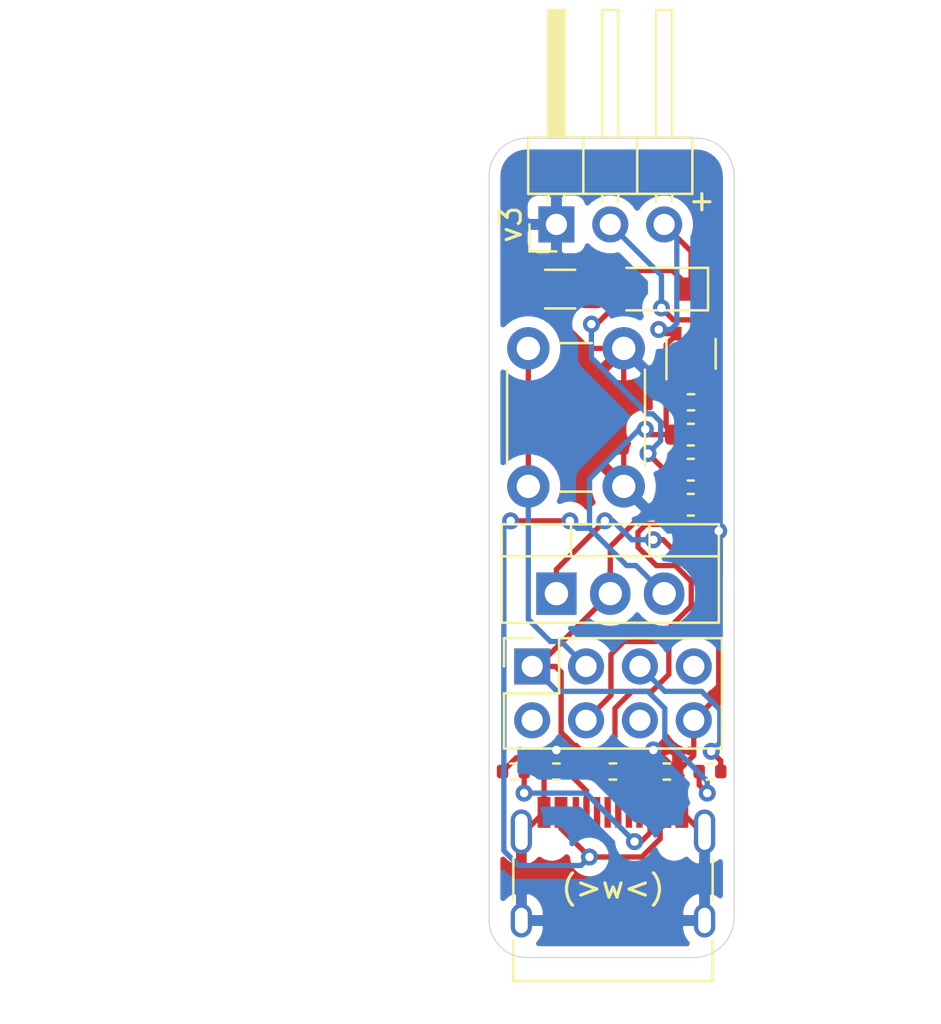
<source format=kicad_pcb>
(kicad_pcb (version 20171130) (host pcbnew "(5.1.9)-1")

  (general
    (thickness 1.6)
    (drawings 15)
    (tracks 209)
    (zones 0)
    (modules 17)
    (nets 21)
  )

  (page A4)
  (layers
    (0 F.Cu signal)
    (31 B.Cu signal)
    (32 B.Adhes user)
    (33 F.Adhes user)
    (34 B.Paste user)
    (35 F.Paste user)
    (36 B.SilkS user)
    (37 F.SilkS user)
    (38 B.Mask user)
    (39 F.Mask user)
    (40 Dwgs.User user)
    (41 Cmts.User user)
    (42 Eco1.User user)
    (43 Eco2.User user)
    (44 Edge.Cuts user)
    (45 Margin user)
    (46 B.CrtYd user hide)
    (47 F.CrtYd user hide)
    (48 B.Fab user)
    (49 F.Fab user)
  )

  (setup
    (last_trace_width 0.25)
    (trace_clearance 0.2)
    (zone_clearance 0.508)
    (zone_45_only no)
    (trace_min 0.2)
    (via_size 0.8)
    (via_drill 0.4)
    (via_min_size 0.4)
    (via_min_drill 0.3)
    (uvia_size 0.3)
    (uvia_drill 0.1)
    (uvias_allowed no)
    (uvia_min_size 0.2)
    (uvia_min_drill 0.1)
    (edge_width 0.05)
    (segment_width 0.2)
    (pcb_text_width 0.3)
    (pcb_text_size 1.5 1.5)
    (mod_edge_width 0.12)
    (mod_text_size 1 1)
    (mod_text_width 0.15)
    (pad_size 1.524 1.524)
    (pad_drill 0.762)
    (pad_to_mask_clearance 0)
    (aux_axis_origin 0 0)
    (visible_elements 7FFFFF7F)
    (pcbplotparams
      (layerselection 0x010fc_ffffffff)
      (usegerberextensions false)
      (usegerberattributes true)
      (usegerberadvancedattributes true)
      (creategerberjobfile true)
      (excludeedgelayer true)
      (linewidth 0.100000)
      (plotframeref false)
      (viasonmask false)
      (mode 1)
      (useauxorigin false)
      (hpglpennumber 1)
      (hpglpenspeed 20)
      (hpglpendiameter 15.000000)
      (psnegative false)
      (psa4output false)
      (plotreference true)
      (plotvalue true)
      (plotinvisibletext false)
      (padsonsilk false)
      (subtractmaskfromsilk false)
      (outputformat 1)
      (mirror false)
      (drillshape 0)
      (scaleselection 1)
      (outputdirectory "out/"))
  )

  (net 0 "")
  (net 1 GND)
  (net 2 +5V)
  (net 3 +3V3)
  (net 4 "Net-(J1-PadB8)")
  (net 5 "Net-(J1-PadA5)")
  (net 6 "Net-(J1-PadB7)")
  (net 7 "Net-(J1-PadA7)")
  (net 8 "Net-(J1-PadB6)")
  (net 9 "Net-(J1-PadA8)")
  (net 10 "Net-(J1-PadB5)")
  (net 11 "Net-(J1-PadA6)")
  (net 12 "Net-(R1-Pad1)")
  (net 13 "Net-(R4-Pad2)")
  (net 14 "Net-(R5-Pad1)")
  (net 15 "Net-(SW1-Pad2)")
  (net 16 "Net-(U1-Pad7)")
  (net 17 "Net-(U1-Pad6)")
  (net 18 "Net-(U1-Pad2)")
  (net 19 "Net-(J2-Pad2)")
  (net 20 "Net-(R4-Pad1)")

  (net_class Default "This is the default net class."
    (clearance 0.2)
    (trace_width 0.25)
    (via_dia 0.8)
    (via_drill 0.4)
    (uvia_dia 0.3)
    (uvia_drill 0.1)
    (add_net +3V3)
    (add_net +5V)
    (add_net GND)
    (add_net "Net-(J1-PadA5)")
    (add_net "Net-(J1-PadA6)")
    (add_net "Net-(J1-PadA7)")
    (add_net "Net-(J1-PadA8)")
    (add_net "Net-(J1-PadB5)")
    (add_net "Net-(J1-PadB6)")
    (add_net "Net-(J1-PadB7)")
    (add_net "Net-(J1-PadB8)")
    (add_net "Net-(J2-Pad2)")
    (add_net "Net-(R1-Pad1)")
    (add_net "Net-(R4-Pad1)")
    (add_net "Net-(R4-Pad2)")
    (add_net "Net-(R5-Pad1)")
    (add_net "Net-(SW1-Pad2)")
    (add_net "Net-(U1-Pad2)")
    (add_net "Net-(U1-Pad6)")
    (add_net "Net-(U1-Pad7)")
  )

  (module Package_TO_SOT_SMD:SOT-353_SC-70-5 (layer F.Cu) (tedit 5A02FF57) (tstamp 61EA55FA)
    (at 182.753 68.326 90)
    (descr "SOT-353, SC-70-5")
    (tags "SOT-353 SC-70-5")
    (path /61EB38E8)
    (attr smd)
    (fp_text reference U3 (at 0 -2 90) (layer F.SilkS) hide
      (effects (font (size 1 1) (thickness 0.15)))
    )
    (fp_text value TC7SZ125FU (at 0 6.985) (layer F.Fab)
      (effects (font (size 1 1) (thickness 0.15)))
    )
    (fp_line (start -0.175 -1.1) (end -0.675 -0.6) (layer F.Fab) (width 0.1))
    (fp_line (start 0.675 1.1) (end -0.675 1.1) (layer F.Fab) (width 0.1))
    (fp_line (start 0.675 -1.1) (end 0.675 1.1) (layer F.Fab) (width 0.1))
    (fp_line (start -1.6 1.4) (end 1.6 1.4) (layer F.CrtYd) (width 0.05))
    (fp_line (start -0.675 -0.6) (end -0.675 1.1) (layer F.Fab) (width 0.1))
    (fp_line (start 0.675 -1.1) (end -0.175 -1.1) (layer F.Fab) (width 0.1))
    (fp_line (start -1.6 -1.4) (end 1.6 -1.4) (layer F.CrtYd) (width 0.05))
    (fp_line (start -1.6 -1.4) (end -1.6 1.4) (layer F.CrtYd) (width 0.05))
    (fp_line (start 1.6 1.4) (end 1.6 -1.4) (layer F.CrtYd) (width 0.05))
    (fp_line (start -0.7 1.16) (end 0.7 1.16) (layer F.SilkS) (width 0.12))
    (fp_line (start 0.7 -1.16) (end -1.2 -1.16) (layer F.SilkS) (width 0.12))
    (fp_text user %R (at 0 0) (layer F.Fab)
      (effects (font (size 0.5 0.5) (thickness 0.075)))
    )
    (pad 5 smd rect (at 0.95 -0.65 90) (size 0.65 0.4) (layers F.Cu F.Paste F.Mask)
      (net 2 +5V))
    (pad 4 smd rect (at 0.95 0.65 90) (size 0.65 0.4) (layers F.Cu F.Paste F.Mask)
      (net 19 "Net-(J2-Pad2)"))
    (pad 2 smd rect (at -0.95 0 90) (size 0.65 0.4) (layers F.Cu F.Paste F.Mask)
      (net 20 "Net-(R4-Pad1)"))
    (pad 3 smd rect (at -0.95 0.65 90) (size 0.65 0.4) (layers F.Cu F.Paste F.Mask)
      (net 1 GND))
    (pad 1 smd rect (at -0.95 -0.65 90) (size 0.65 0.4) (layers F.Cu F.Paste F.Mask)
      (net 1 GND))
    (model ${KISYS3DMOD}/Package_TO_SOT_SMD.3dshapes/SOT-353_SC-70-5.wrl
      (at (xyz 0 0 0))
      (scale (xyz 1 1 1))
      (rotate (xyz 0 0 0))
    )
  )

  (module Resistor_SMD:R_0402_1005Metric (layer F.Cu) (tedit 5F68FEEE) (tstamp 611EFA9A)
    (at 179.068 88.011)
    (descr "Resistor SMD 0402 (1005 Metric), square (rectangular) end terminal, IPC_7351 nominal, (Body size source: IPC-SM-782 page 72, https://www.pcb-3d.com/wordpress/wp-content/uploads/ipc-sm-782a_amendment_1_and_2.pdf), generated with kicad-footprint-generator")
    (tags resistor)
    (path /61210C4F)
    (attr smd)
    (fp_text reference R6 (at 0 -1.17) (layer F.SilkS) hide
      (effects (font (size 1 1) (thickness 0.15)))
    )
    (fp_text value 240 (at -10.031 2.794) (layer F.Fab)
      (effects (font (size 1 1) (thickness 0.15)))
    )
    (fp_line (start -0.525 0.27) (end -0.525 -0.27) (layer F.Fab) (width 0.1))
    (fp_line (start -0.525 -0.27) (end 0.525 -0.27) (layer F.Fab) (width 0.1))
    (fp_line (start 0.525 -0.27) (end 0.525 0.27) (layer F.Fab) (width 0.1))
    (fp_line (start 0.525 0.27) (end -0.525 0.27) (layer F.Fab) (width 0.1))
    (fp_line (start -0.153641 -0.38) (end 0.153641 -0.38) (layer F.SilkS) (width 0.12))
    (fp_line (start -0.153641 0.38) (end 0.153641 0.38) (layer F.SilkS) (width 0.12))
    (fp_line (start -0.93 0.47) (end -0.93 -0.47) (layer F.CrtYd) (width 0.05))
    (fp_line (start -0.93 -0.47) (end 0.93 -0.47) (layer F.CrtYd) (width 0.05))
    (fp_line (start 0.93 -0.47) (end 0.93 0.47) (layer F.CrtYd) (width 0.05))
    (fp_line (start 0.93 0.47) (end -0.93 0.47) (layer F.CrtYd) (width 0.05))
    (fp_text user %R (at 0 0) (layer F.Fab)
      (effects (font (size 0.26 0.26) (thickness 0.04)))
    )
    (pad 1 smd roundrect (at -0.51 0) (size 0.54 0.64) (layers F.Cu F.Paste F.Mask) (roundrect_rratio 0.25)
      (net 3 +3V3))
    (pad 2 smd roundrect (at 0.51 0) (size 0.54 0.64) (layers F.Cu F.Paste F.Mask) (roundrect_rratio 0.25)
      (net 14 "Net-(R5-Pad1)"))
    (model ${KISYS3DMOD}/Resistor_SMD.3dshapes/R_0402_1005Metric.wrl
      (at (xyz 0 0 0))
      (scale (xyz 1 1 1))
      (rotate (xyz 0 0 0))
    )
  )

  (module Resistor_SMD:R_0402_1005Metric (layer F.Cu) (tedit 5F68FEEE) (tstamp 611EFA83)
    (at 181.608 88.011)
    (descr "Resistor SMD 0402 (1005 Metric), square (rectangular) end terminal, IPC_7351 nominal, (Body size source: IPC-SM-782 page 72, https://www.pcb-3d.com/wordpress/wp-content/uploads/ipc-sm-782a_amendment_1_and_2.pdf), generated with kicad-footprint-generator")
    (tags resistor)
    (path /61212C6A)
    (attr smd)
    (fp_text reference R5 (at 0 -1.17) (layer F.SilkS) hide
      (effects (font (size 1 1) (thickness 0.15)))
    )
    (fp_text value 400 (at -11.428 4.191) (layer F.Fab)
      (effects (font (size 1 1) (thickness 0.15)))
    )
    (fp_line (start -0.525 0.27) (end -0.525 -0.27) (layer F.Fab) (width 0.1))
    (fp_line (start -0.525 -0.27) (end 0.525 -0.27) (layer F.Fab) (width 0.1))
    (fp_line (start 0.525 -0.27) (end 0.525 0.27) (layer F.Fab) (width 0.1))
    (fp_line (start 0.525 0.27) (end -0.525 0.27) (layer F.Fab) (width 0.1))
    (fp_line (start -0.153641 -0.38) (end 0.153641 -0.38) (layer F.SilkS) (width 0.12))
    (fp_line (start -0.153641 0.38) (end 0.153641 0.38) (layer F.SilkS) (width 0.12))
    (fp_line (start -0.93 0.47) (end -0.93 -0.47) (layer F.CrtYd) (width 0.05))
    (fp_line (start -0.93 -0.47) (end 0.93 -0.47) (layer F.CrtYd) (width 0.05))
    (fp_line (start 0.93 -0.47) (end 0.93 0.47) (layer F.CrtYd) (width 0.05))
    (fp_line (start 0.93 0.47) (end -0.93 0.47) (layer F.CrtYd) (width 0.05))
    (fp_text user %R (at 0 0) (layer F.Fab)
      (effects (font (size 0.26 0.26) (thickness 0.04)))
    )
    (pad 1 smd roundrect (at -0.51 0) (size 0.54 0.64) (layers F.Cu F.Paste F.Mask) (roundrect_rratio 0.25)
      (net 14 "Net-(R5-Pad1)"))
    (pad 2 smd roundrect (at 0.51 0) (size 0.54 0.64) (layers F.Cu F.Paste F.Mask) (roundrect_rratio 0.25)
      (net 1 GND))
    (model ${KISYS3DMOD}/Resistor_SMD.3dshapes/R_0402_1005Metric.wrl
      (at (xyz 0 0 0))
      (scale (xyz 1 1 1))
      (rotate (xyz 0 0 0))
    )
  )

  (module Resistor_SMD:R_0402_1005Metric (layer F.Cu) (tedit 5F68FEEE) (tstamp 611EFA6C)
    (at 182.751 70.612 180)
    (descr "Resistor SMD 0402 (1005 Metric), square (rectangular) end terminal, IPC_7351 nominal, (Body size source: IPC-SM-782 page 72, https://www.pcb-3d.com/wordpress/wp-content/uploads/ipc-sm-782a_amendment_1_and_2.pdf), generated with kicad-footprint-generator")
    (tags resistor)
    (path /61280764)
    (attr smd)
    (fp_text reference R4 (at 0 -1.17) (layer F.SilkS) hide
      (effects (font (size 1 1) (thickness 0.15)))
    )
    (fp_text value 470 (at -3.558 0) (layer F.Fab)
      (effects (font (size 1 1) (thickness 0.15)))
    )
    (fp_line (start 0.93 0.47) (end -0.93 0.47) (layer F.CrtYd) (width 0.05))
    (fp_line (start 0.93 -0.47) (end 0.93 0.47) (layer F.CrtYd) (width 0.05))
    (fp_line (start -0.93 -0.47) (end 0.93 -0.47) (layer F.CrtYd) (width 0.05))
    (fp_line (start -0.93 0.47) (end -0.93 -0.47) (layer F.CrtYd) (width 0.05))
    (fp_line (start -0.153641 0.38) (end 0.153641 0.38) (layer F.SilkS) (width 0.12))
    (fp_line (start -0.153641 -0.38) (end 0.153641 -0.38) (layer F.SilkS) (width 0.12))
    (fp_line (start 0.525 0.27) (end -0.525 0.27) (layer F.Fab) (width 0.1))
    (fp_line (start 0.525 -0.27) (end 0.525 0.27) (layer F.Fab) (width 0.1))
    (fp_line (start -0.525 -0.27) (end 0.525 -0.27) (layer F.Fab) (width 0.1))
    (fp_line (start -0.525 0.27) (end -0.525 -0.27) (layer F.Fab) (width 0.1))
    (fp_text user %R (at 0 0) (layer F.Fab)
      (effects (font (size 0.26 0.26) (thickness 0.04)))
    )
    (pad 2 smd roundrect (at 0.51 0 180) (size 0.54 0.64) (layers F.Cu F.Paste F.Mask) (roundrect_rratio 0.25)
      (net 13 "Net-(R4-Pad2)"))
    (pad 1 smd roundrect (at -0.51 0 180) (size 0.54 0.64) (layers F.Cu F.Paste F.Mask) (roundrect_rratio 0.25)
      (net 20 "Net-(R4-Pad1)"))
    (model ${KISYS3DMOD}/Resistor_SMD.3dshapes/R_0402_1005Metric.wrl
      (at (xyz 0 0 0))
      (scale (xyz 1 1 1))
      (rotate (xyz 0 0 0))
    )
  )

  (module Resistor_SMD:R_0402_1005Metric (layer F.Cu) (tedit 5F68FEEE) (tstamp 611EFA55)
    (at 176.403 88.011 180)
    (descr "Resistor SMD 0402 (1005 Metric), square (rectangular) end terminal, IPC_7351 nominal, (Body size source: IPC-SM-782 page 72, https://www.pcb-3d.com/wordpress/wp-content/uploads/ipc-sm-782a_amendment_1_and_2.pdf), generated with kicad-footprint-generator")
    (tags resistor)
    (path /6126C6E0)
    (attr smd)
    (fp_text reference R3 (at 0 -1.17) (layer F.SilkS) hide
      (effects (font (size 1 1) (thickness 0.15)))
    )
    (fp_text value 5.1k (at 8.636 -1.397) (layer F.Fab)
      (effects (font (size 1 1) (thickness 0.15)))
    )
    (fp_line (start 0.93 0.47) (end -0.93 0.47) (layer F.CrtYd) (width 0.05))
    (fp_line (start 0.93 -0.47) (end 0.93 0.47) (layer F.CrtYd) (width 0.05))
    (fp_line (start -0.93 -0.47) (end 0.93 -0.47) (layer F.CrtYd) (width 0.05))
    (fp_line (start -0.93 0.47) (end -0.93 -0.47) (layer F.CrtYd) (width 0.05))
    (fp_line (start -0.153641 0.38) (end 0.153641 0.38) (layer F.SilkS) (width 0.12))
    (fp_line (start -0.153641 -0.38) (end 0.153641 -0.38) (layer F.SilkS) (width 0.12))
    (fp_line (start 0.525 0.27) (end -0.525 0.27) (layer F.Fab) (width 0.1))
    (fp_line (start 0.525 -0.27) (end 0.525 0.27) (layer F.Fab) (width 0.1))
    (fp_line (start -0.525 -0.27) (end 0.525 -0.27) (layer F.Fab) (width 0.1))
    (fp_line (start -0.525 0.27) (end -0.525 -0.27) (layer F.Fab) (width 0.1))
    (fp_text user %R (at 0 0) (layer F.Fab)
      (effects (font (size 0.26 0.26) (thickness 0.04)))
    )
    (pad 2 smd roundrect (at 0.51 0 180) (size 0.54 0.64) (layers F.Cu F.Paste F.Mask) (roundrect_rratio 0.25)
      (net 1 GND))
    (pad 1 smd roundrect (at -0.51 0 180) (size 0.54 0.64) (layers F.Cu F.Paste F.Mask) (roundrect_rratio 0.25)
      (net 5 "Net-(J1-PadA5)"))
    (model ${KISYS3DMOD}/Resistor_SMD.3dshapes/R_0402_1005Metric.wrl
      (at (xyz 0 0 0))
      (scale (xyz 1 1 1))
      (rotate (xyz 0 0 0))
    )
  )

  (module Resistor_SMD:R_0402_1005Metric (layer F.Cu) (tedit 5F68FEEE) (tstamp 611EFA3E)
    (at 174.373 88.011 180)
    (descr "Resistor SMD 0402 (1005 Metric), square (rectangular) end terminal, IPC_7351 nominal, (Body size source: IPC-SM-782 page 72, https://www.pcb-3d.com/wordpress/wp-content/uploads/ipc-sm-782a_amendment_1_and_2.pdf), generated with kicad-footprint-generator")
    (tags resistor)
    (path /6126BDF5)
    (attr smd)
    (fp_text reference R2 (at 0 -1.17) (layer F.SilkS) hide
      (effects (font (size 1 1) (thickness 0.15)))
    )
    (fp_text value 5.1k (at 7.876 0) (layer F.Fab)
      (effects (font (size 1 1) (thickness 0.15)))
    )
    (fp_line (start 0.93 0.47) (end -0.93 0.47) (layer F.CrtYd) (width 0.05))
    (fp_line (start 0.93 -0.47) (end 0.93 0.47) (layer F.CrtYd) (width 0.05))
    (fp_line (start -0.93 -0.47) (end 0.93 -0.47) (layer F.CrtYd) (width 0.05))
    (fp_line (start -0.93 0.47) (end -0.93 -0.47) (layer F.CrtYd) (width 0.05))
    (fp_line (start -0.153641 0.38) (end 0.153641 0.38) (layer F.SilkS) (width 0.12))
    (fp_line (start -0.153641 -0.38) (end 0.153641 -0.38) (layer F.SilkS) (width 0.12))
    (fp_line (start 0.525 0.27) (end -0.525 0.27) (layer F.Fab) (width 0.1))
    (fp_line (start 0.525 -0.27) (end 0.525 0.27) (layer F.Fab) (width 0.1))
    (fp_line (start -0.525 -0.27) (end 0.525 -0.27) (layer F.Fab) (width 0.1))
    (fp_line (start -0.525 0.27) (end -0.525 -0.27) (layer F.Fab) (width 0.1))
    (fp_text user %R (at 0 0) (layer F.Fab)
      (effects (font (size 0.26 0.26) (thickness 0.04)))
    )
    (pad 2 smd roundrect (at 0.51 0 180) (size 0.54 0.64) (layers F.Cu F.Paste F.Mask) (roundrect_rratio 0.25)
      (net 1 GND))
    (pad 1 smd roundrect (at -0.51 0 180) (size 0.54 0.64) (layers F.Cu F.Paste F.Mask) (roundrect_rratio 0.25)
      (net 10 "Net-(J1-PadB5)"))
    (model ${KISYS3DMOD}/Resistor_SMD.3dshapes/R_0402_1005Metric.wrl
      (at (xyz 0 0 0))
      (scale (xyz 1 1 1))
      (rotate (xyz 0 0 0))
    )
  )

  (module Resistor_SMD:R_0402_1005Metric (layer F.Cu) (tedit 5F68FEEE) (tstamp 611EFA27)
    (at 183.644 88.011 180)
    (descr "Resistor SMD 0402 (1005 Metric), square (rectangular) end terminal, IPC_7351 nominal, (Body size source: IPC-SM-782 page 72, https://www.pcb-3d.com/wordpress/wp-content/uploads/ipc-sm-782a_amendment_1_and_2.pdf), generated with kicad-footprint-generator")
    (tags resistor)
    (path /611F8C1E)
    (attr smd)
    (fp_text reference R1 (at 0 -1.17) (layer F.SilkS) hide
      (effects (font (size 1 1) (thickness 0.15)))
    )
    (fp_text value 10k (at 12.321 -5.588) (layer F.Fab)
      (effects (font (size 1 1) (thickness 0.15)))
    )
    (fp_line (start 0.93 0.47) (end -0.93 0.47) (layer F.CrtYd) (width 0.05))
    (fp_line (start 0.93 -0.47) (end 0.93 0.47) (layer F.CrtYd) (width 0.05))
    (fp_line (start -0.93 -0.47) (end 0.93 -0.47) (layer F.CrtYd) (width 0.05))
    (fp_line (start -0.93 0.47) (end -0.93 -0.47) (layer F.CrtYd) (width 0.05))
    (fp_line (start -0.153641 0.38) (end 0.153641 0.38) (layer F.SilkS) (width 0.12))
    (fp_line (start -0.153641 -0.38) (end 0.153641 -0.38) (layer F.SilkS) (width 0.12))
    (fp_line (start 0.525 0.27) (end -0.525 0.27) (layer F.Fab) (width 0.1))
    (fp_line (start 0.525 -0.27) (end 0.525 0.27) (layer F.Fab) (width 0.1))
    (fp_line (start -0.525 -0.27) (end 0.525 -0.27) (layer F.Fab) (width 0.1))
    (fp_line (start -0.525 0.27) (end -0.525 -0.27) (layer F.Fab) (width 0.1))
    (fp_text user %R (at 0 0) (layer F.Fab)
      (effects (font (size 0.26 0.26) (thickness 0.04)))
    )
    (pad 2 smd roundrect (at 0.51 0 180) (size 0.54 0.64) (layers F.Cu F.Paste F.Mask) (roundrect_rratio 0.25)
      (net 3 +3V3))
    (pad 1 smd roundrect (at -0.51 0 180) (size 0.54 0.64) (layers F.Cu F.Paste F.Mask) (roundrect_rratio 0.25)
      (net 12 "Net-(R1-Pad1)"))
    (model ${KISYS3DMOD}/Resistor_SMD.3dshapes/R_0402_1005Metric.wrl
      (at (xyz 0 0 0))
      (scale (xyz 1 1 1))
      (rotate (xyz 0 0 0))
    )
  )

  (module Diode_SMD:D_SOD-123F (layer F.Cu) (tedit 587F7769) (tstamp 611EF9D1)
    (at 181.353 65.278 180)
    (descr D_SOD-123F)
    (tags D_SOD-123F)
    (path /612616F1)
    (attr smd)
    (fp_text reference D1 (at -0.127 -1.905) (layer F.SilkS) hide
      (effects (font (size 1 1) (thickness 0.15)))
    )
    (fp_text value 1N4001 (at -6.48 0) (layer F.Fab)
      (effects (font (size 1 1) (thickness 0.15)))
    )
    (fp_line (start -2.2 -1) (end 1.65 -1) (layer F.SilkS) (width 0.12))
    (fp_line (start -2.2 1) (end 1.65 1) (layer F.SilkS) (width 0.12))
    (fp_line (start -2.2 -1.15) (end -2.2 1.15) (layer F.CrtYd) (width 0.05))
    (fp_line (start 2.2 1.15) (end -2.2 1.15) (layer F.CrtYd) (width 0.05))
    (fp_line (start 2.2 -1.15) (end 2.2 1.15) (layer F.CrtYd) (width 0.05))
    (fp_line (start -2.2 -1.15) (end 2.2 -1.15) (layer F.CrtYd) (width 0.05))
    (fp_line (start -1.4 -0.9) (end 1.4 -0.9) (layer F.Fab) (width 0.1))
    (fp_line (start 1.4 -0.9) (end 1.4 0.9) (layer F.Fab) (width 0.1))
    (fp_line (start 1.4 0.9) (end -1.4 0.9) (layer F.Fab) (width 0.1))
    (fp_line (start -1.4 0.9) (end -1.4 -0.9) (layer F.Fab) (width 0.1))
    (fp_line (start -0.75 0) (end -0.35 0) (layer F.Fab) (width 0.1))
    (fp_line (start -0.35 0) (end -0.35 -0.55) (layer F.Fab) (width 0.1))
    (fp_line (start -0.35 0) (end -0.35 0.55) (layer F.Fab) (width 0.1))
    (fp_line (start -0.35 0) (end 0.25 -0.4) (layer F.Fab) (width 0.1))
    (fp_line (start 0.25 -0.4) (end 0.25 0.4) (layer F.Fab) (width 0.1))
    (fp_line (start 0.25 0.4) (end -0.35 0) (layer F.Fab) (width 0.1))
    (fp_line (start 0.25 0) (end 0.75 0) (layer F.Fab) (width 0.1))
    (fp_line (start -2.2 -1) (end -2.2 1) (layer F.SilkS) (width 0.12))
    (fp_text user %R (at -0.127 -1.905) (layer F.Fab)
      (effects (font (size 1 1) (thickness 0.15)))
    )
    (pad 2 smd rect (at 1.4 0 180) (size 1.1 1.1) (layers F.Cu F.Paste F.Mask)
      (net 3 +3V3))
    (pad 1 smd rect (at -1.4 0 180) (size 1.1 1.1) (layers F.Cu F.Paste F.Mask)
      (net 2 +5V))
    (model ${KISYS3DMOD}/Diode_SMD.3dshapes/D_SOD-123F.wrl
      (at (xyz 0 0 0))
      (scale (xyz 1 1 1))
      (rotate (xyz 0 0 0))
    )
  )

  (module Capacitor_SMD:C_0603_1608Metric (layer F.Cu) (tedit 5F68FEEE) (tstamp 611EF9B2)
    (at 182.74 75.438)
    (descr "Capacitor SMD 0603 (1608 Metric), square (rectangular) end terminal, IPC_7351 nominal, (Body size source: IPC-SM-782 page 76, https://www.pcb-3d.com/wordpress/wp-content/uploads/ipc-sm-782a_amendment_1_and_2.pdf), generated with kicad-footprint-generator")
    (tags capacitor)
    (path /612270DA)
    (attr smd)
    (fp_text reference C4 (at 0 -1.43) (layer F.SilkS) hide
      (effects (font (size 1 1) (thickness 0.15)))
    )
    (fp_text value 0.1uF (at 4.331 0) (layer F.Fab)
      (effects (font (size 1 1) (thickness 0.15)))
    )
    (fp_line (start -0.8 0.4) (end -0.8 -0.4) (layer F.Fab) (width 0.1))
    (fp_line (start -0.8 -0.4) (end 0.8 -0.4) (layer F.Fab) (width 0.1))
    (fp_line (start 0.8 -0.4) (end 0.8 0.4) (layer F.Fab) (width 0.1))
    (fp_line (start 0.8 0.4) (end -0.8 0.4) (layer F.Fab) (width 0.1))
    (fp_line (start -0.14058 -0.51) (end 0.14058 -0.51) (layer F.SilkS) (width 0.12))
    (fp_line (start -0.14058 0.51) (end 0.14058 0.51) (layer F.SilkS) (width 0.12))
    (fp_line (start -1.48 0.73) (end -1.48 -0.73) (layer F.CrtYd) (width 0.05))
    (fp_line (start -1.48 -0.73) (end 1.48 -0.73) (layer F.CrtYd) (width 0.05))
    (fp_line (start 1.48 -0.73) (end 1.48 0.73) (layer F.CrtYd) (width 0.05))
    (fp_line (start 1.48 0.73) (end -1.48 0.73) (layer F.CrtYd) (width 0.05))
    (fp_text user %R (at 0 0) (layer F.Fab)
      (effects (font (size 0.4 0.4) (thickness 0.06)))
    )
    (pad 1 smd roundrect (at -0.775 0) (size 0.9 0.95) (layers F.Cu F.Paste F.Mask) (roundrect_rratio 0.25)
      (net 3 +3V3))
    (pad 2 smd roundrect (at 0.775 0) (size 0.9 0.95) (layers F.Cu F.Paste F.Mask) (roundrect_rratio 0.25)
      (net 1 GND))
    (model ${KISYS3DMOD}/Capacitor_SMD.3dshapes/C_0603_1608Metric.wrl
      (at (xyz 0 0 0))
      (scale (xyz 1 1 1))
      (rotate (xyz 0 0 0))
    )
  )

  (module Capacitor_SMD:C_0603_1608Metric (layer F.Cu) (tedit 5F68FEEE) (tstamp 611EF9A1)
    (at 182.74 73.787)
    (descr "Capacitor SMD 0603 (1608 Metric), square (rectangular) end terminal, IPC_7351 nominal, (Body size source: IPC-SM-782 page 76, https://www.pcb-3d.com/wordpress/wp-content/uploads/ipc-sm-782a_amendment_1_and_2.pdf), generated with kicad-footprint-generator")
    (tags capacitor)
    (path /61224D7E)
    (attr smd)
    (fp_text reference C3 (at 0 -1.43) (layer F.SilkS) hide
      (effects (font (size 1 1) (thickness 0.15)))
    )
    (fp_text value 10uF (at 4.077 0) (layer F.Fab)
      (effects (font (size 1 1) (thickness 0.15)))
    )
    (fp_line (start -0.8 0.4) (end -0.8 -0.4) (layer F.Fab) (width 0.1))
    (fp_line (start -0.8 -0.4) (end 0.8 -0.4) (layer F.Fab) (width 0.1))
    (fp_line (start 0.8 -0.4) (end 0.8 0.4) (layer F.Fab) (width 0.1))
    (fp_line (start 0.8 0.4) (end -0.8 0.4) (layer F.Fab) (width 0.1))
    (fp_line (start -0.14058 -0.51) (end 0.14058 -0.51) (layer F.SilkS) (width 0.12))
    (fp_line (start -0.14058 0.51) (end 0.14058 0.51) (layer F.SilkS) (width 0.12))
    (fp_line (start -1.48 0.73) (end -1.48 -0.73) (layer F.CrtYd) (width 0.05))
    (fp_line (start -1.48 -0.73) (end 1.48 -0.73) (layer F.CrtYd) (width 0.05))
    (fp_line (start 1.48 -0.73) (end 1.48 0.73) (layer F.CrtYd) (width 0.05))
    (fp_line (start 1.48 0.73) (end -1.48 0.73) (layer F.CrtYd) (width 0.05))
    (fp_text user %R (at 0 0) (layer F.Fab)
      (effects (font (size 0.4 0.4) (thickness 0.06)))
    )
    (pad 1 smd roundrect (at -0.775 0) (size 0.9 0.95) (layers F.Cu F.Paste F.Mask) (roundrect_rratio 0.25)
      (net 3 +3V3))
    (pad 2 smd roundrect (at 0.775 0) (size 0.9 0.95) (layers F.Cu F.Paste F.Mask) (roundrect_rratio 0.25)
      (net 1 GND))
    (model ${KISYS3DMOD}/Capacitor_SMD.3dshapes/C_0603_1608Metric.wrl
      (at (xyz 0 0 0))
      (scale (xyz 1 1 1))
      (rotate (xyz 0 0 0))
    )
  )

  (module Capacitor_SMD:C_0603_1608Metric (layer F.Cu) (tedit 5F68FEEE) (tstamp 611EF997)
    (at 182.74 72.136)
    (descr "Capacitor SMD 0603 (1608 Metric), square (rectangular) end terminal, IPC_7351 nominal, (Body size source: IPC-SM-782 page 76, https://www.pcb-3d.com/wordpress/wp-content/uploads/ipc-sm-782a_amendment_1_and_2.pdf), generated with kicad-footprint-generator")
    (tags capacitor)
    (path /612031AD)
    (attr smd)
    (fp_text reference C2 (at 0 -1.43) (layer F.SilkS) hide
      (effects (font (size 1 1) (thickness 0.15)))
    )
    (fp_text value 0.1uF (at 4.204 0) (layer F.Fab)
      (effects (font (size 1 1) (thickness 0.15)))
    )
    (fp_line (start -0.8 0.4) (end -0.8 -0.4) (layer F.Fab) (width 0.1))
    (fp_line (start -0.8 -0.4) (end 0.8 -0.4) (layer F.Fab) (width 0.1))
    (fp_line (start 0.8 -0.4) (end 0.8 0.4) (layer F.Fab) (width 0.1))
    (fp_line (start 0.8 0.4) (end -0.8 0.4) (layer F.Fab) (width 0.1))
    (fp_line (start -0.14058 -0.51) (end 0.14058 -0.51) (layer F.SilkS) (width 0.12))
    (fp_line (start -0.14058 0.51) (end 0.14058 0.51) (layer F.SilkS) (width 0.12))
    (fp_line (start -1.48 0.73) (end -1.48 -0.73) (layer F.CrtYd) (width 0.05))
    (fp_line (start -1.48 -0.73) (end 1.48 -0.73) (layer F.CrtYd) (width 0.05))
    (fp_line (start 1.48 -0.73) (end 1.48 0.73) (layer F.CrtYd) (width 0.05))
    (fp_line (start 1.48 0.73) (end -1.48 0.73) (layer F.CrtYd) (width 0.05))
    (fp_text user %R (at 0 0) (layer F.Fab)
      (effects (font (size 0.4 0.4) (thickness 0.06)))
    )
    (pad 1 smd roundrect (at -0.775 0) (size 0.9 0.95) (layers F.Cu F.Paste F.Mask) (roundrect_rratio 0.25)
      (net 2 +5V))
    (pad 2 smd roundrect (at 0.775 0) (size 0.9 0.95) (layers F.Cu F.Paste F.Mask) (roundrect_rratio 0.25)
      (net 1 GND))
    (model ${KISYS3DMOD}/Capacitor_SMD.3dshapes/C_0603_1608Metric.wrl
      (at (xyz 0 0 0))
      (scale (xyz 1 1 1))
      (rotate (xyz 0 0 0))
    )
  )

  (module Capacitor_SMD:C_1206_3216Metric (layer F.Cu) (tedit 5F68FEEE) (tstamp 611EF986)
    (at 176.579 65.278 180)
    (descr "Capacitor SMD 1206 (3216 Metric), square (rectangular) end terminal, IPC_7351 nominal, (Body size source: IPC-SM-782 page 76, https://www.pcb-3d.com/wordpress/wp-content/uploads/ipc-sm-782a_amendment_1_and_2.pdf), generated with kicad-footprint-generator")
    (tags capacitor)
    (path /61237D2D)
    (attr smd)
    (fp_text reference C1 (at 0 -1.85) (layer F.SilkS) hide
      (effects (font (size 1 1) (thickness 0.15)))
    )
    (fp_text value 100uF (at 6.018 0) (layer F.Fab)
      (effects (font (size 1 1) (thickness 0.15)))
    )
    (fp_line (start -1.6 0.8) (end -1.6 -0.8) (layer F.Fab) (width 0.1))
    (fp_line (start -1.6 -0.8) (end 1.6 -0.8) (layer F.Fab) (width 0.1))
    (fp_line (start 1.6 -0.8) (end 1.6 0.8) (layer F.Fab) (width 0.1))
    (fp_line (start 1.6 0.8) (end -1.6 0.8) (layer F.Fab) (width 0.1))
    (fp_line (start -0.711252 -0.91) (end 0.711252 -0.91) (layer F.SilkS) (width 0.12))
    (fp_line (start -0.711252 0.91) (end 0.711252 0.91) (layer F.SilkS) (width 0.12))
    (fp_line (start -2.3 1.15) (end -2.3 -1.15) (layer F.CrtYd) (width 0.05))
    (fp_line (start -2.3 -1.15) (end 2.3 -1.15) (layer F.CrtYd) (width 0.05))
    (fp_line (start 2.3 -1.15) (end 2.3 1.15) (layer F.CrtYd) (width 0.05))
    (fp_line (start 2.3 1.15) (end -2.3 1.15) (layer F.CrtYd) (width 0.05))
    (fp_text user %R (at 0 0) (layer F.Fab)
      (effects (font (size 0.8 0.8) (thickness 0.12)))
    )
    (pad 1 smd roundrect (at -1.475 0 180) (size 1.15 1.8) (layers F.Cu F.Paste F.Mask) (roundrect_rratio 0.217391)
      (net 2 +5V))
    (pad 2 smd roundrect (at 1.475 0 180) (size 1.15 1.8) (layers F.Cu F.Paste F.Mask) (roundrect_rratio 0.217391)
      (net 1 GND))
    (model ${KISYS3DMOD}/Capacitor_SMD.3dshapes/C_1206_3216Metric.wrl
      (at (xyz 0 0 0))
      (scale (xyz 1 1 1))
      (rotate (xyz 0 0 0))
    )
  )

  (module Connector_PinHeader_2.54mm:PinHeader_1x03_P2.54mm_Horizontal (layer F.Cu) (tedit 59FED5CB) (tstamp 611EFA10)
    (at 176.403 62.23 90)
    (descr "Through hole angled pin header, 1x03, 2.54mm pitch, 6mm pin length, single row")
    (tags "Through hole angled pin header THT 1x03 2.54mm single row")
    (path /6128B7E5)
    (fp_text reference J2 (at -0.127 7.112 45) (layer F.SilkS) hide
      (effects (font (size 1 1) (thickness 0.15)))
    )
    (fp_text value Conn_01x03 (at -0.127 -8.001 180) (layer F.Fab)
      (effects (font (size 1 1) (thickness 0.15)))
    )
    (fp_line (start 10.55 -1.8) (end -1.8 -1.8) (layer F.CrtYd) (width 0.05))
    (fp_line (start 10.55 6.85) (end 10.55 -1.8) (layer F.CrtYd) (width 0.05))
    (fp_line (start -1.8 6.85) (end 10.55 6.85) (layer F.CrtYd) (width 0.05))
    (fp_line (start -1.8 -1.8) (end -1.8 6.85) (layer F.CrtYd) (width 0.05))
    (fp_line (start -1.27 -1.27) (end 0 -1.27) (layer F.SilkS) (width 0.12))
    (fp_line (start -1.27 0) (end -1.27 -1.27) (layer F.SilkS) (width 0.12))
    (fp_line (start 1.042929 5.46) (end 1.44 5.46) (layer F.SilkS) (width 0.12))
    (fp_line (start 1.042929 4.7) (end 1.44 4.7) (layer F.SilkS) (width 0.12))
    (fp_line (start 10.1 5.46) (end 4.1 5.46) (layer F.SilkS) (width 0.12))
    (fp_line (start 10.1 4.7) (end 10.1 5.46) (layer F.SilkS) (width 0.12))
    (fp_line (start 4.1 4.7) (end 10.1 4.7) (layer F.SilkS) (width 0.12))
    (fp_line (start 1.44 3.81) (end 4.1 3.81) (layer F.SilkS) (width 0.12))
    (fp_line (start 1.042929 2.92) (end 1.44 2.92) (layer F.SilkS) (width 0.12))
    (fp_line (start 1.042929 2.16) (end 1.44 2.16) (layer F.SilkS) (width 0.12))
    (fp_line (start 10.1 2.92) (end 4.1 2.92) (layer F.SilkS) (width 0.12))
    (fp_line (start 10.1 2.16) (end 10.1 2.92) (layer F.SilkS) (width 0.12))
    (fp_line (start 4.1 2.16) (end 10.1 2.16) (layer F.SilkS) (width 0.12))
    (fp_line (start 1.44 1.27) (end 4.1 1.27) (layer F.SilkS) (width 0.12))
    (fp_line (start 1.11 0.38) (end 1.44 0.38) (layer F.SilkS) (width 0.12))
    (fp_line (start 1.11 -0.38) (end 1.44 -0.38) (layer F.SilkS) (width 0.12))
    (fp_line (start 4.1 0.28) (end 10.1 0.28) (layer F.SilkS) (width 0.12))
    (fp_line (start 4.1 0.16) (end 10.1 0.16) (layer F.SilkS) (width 0.12))
    (fp_line (start 4.1 0.04) (end 10.1 0.04) (layer F.SilkS) (width 0.12))
    (fp_line (start 4.1 -0.08) (end 10.1 -0.08) (layer F.SilkS) (width 0.12))
    (fp_line (start 4.1 -0.2) (end 10.1 -0.2) (layer F.SilkS) (width 0.12))
    (fp_line (start 4.1 -0.32) (end 10.1 -0.32) (layer F.SilkS) (width 0.12))
    (fp_line (start 10.1 0.38) (end 4.1 0.38) (layer F.SilkS) (width 0.12))
    (fp_line (start 10.1 -0.38) (end 10.1 0.38) (layer F.SilkS) (width 0.12))
    (fp_line (start 4.1 -0.38) (end 10.1 -0.38) (layer F.SilkS) (width 0.12))
    (fp_line (start 4.1 -1.33) (end 1.44 -1.33) (layer F.SilkS) (width 0.12))
    (fp_line (start 4.1 6.41) (end 4.1 -1.33) (layer F.SilkS) (width 0.12))
    (fp_line (start 1.44 6.41) (end 4.1 6.41) (layer F.SilkS) (width 0.12))
    (fp_line (start 1.44 -1.33) (end 1.44 6.41) (layer F.SilkS) (width 0.12))
    (fp_line (start 4.04 5.4) (end 10.04 5.4) (layer F.Fab) (width 0.1))
    (fp_line (start 10.04 4.76) (end 10.04 5.4) (layer F.Fab) (width 0.1))
    (fp_line (start 4.04 4.76) (end 10.04 4.76) (layer F.Fab) (width 0.1))
    (fp_line (start -0.32 5.4) (end 1.5 5.4) (layer F.Fab) (width 0.1))
    (fp_line (start -0.32 4.76) (end -0.32 5.4) (layer F.Fab) (width 0.1))
    (fp_line (start -0.32 4.76) (end 1.5 4.76) (layer F.Fab) (width 0.1))
    (fp_line (start 4.04 2.86) (end 10.04 2.86) (layer F.Fab) (width 0.1))
    (fp_line (start 10.04 2.22) (end 10.04 2.86) (layer F.Fab) (width 0.1))
    (fp_line (start 4.04 2.22) (end 10.04 2.22) (layer F.Fab) (width 0.1))
    (fp_line (start -0.32 2.86) (end 1.5 2.86) (layer F.Fab) (width 0.1))
    (fp_line (start -0.32 2.22) (end -0.32 2.86) (layer F.Fab) (width 0.1))
    (fp_line (start -0.32 2.22) (end 1.5 2.22) (layer F.Fab) (width 0.1))
    (fp_line (start 4.04 0.32) (end 10.04 0.32) (layer F.Fab) (width 0.1))
    (fp_line (start 10.04 -0.32) (end 10.04 0.32) (layer F.Fab) (width 0.1))
    (fp_line (start 4.04 -0.32) (end 10.04 -0.32) (layer F.Fab) (width 0.1))
    (fp_line (start -0.32 0.32) (end 1.5 0.32) (layer F.Fab) (width 0.1))
    (fp_line (start -0.32 -0.32) (end -0.32 0.32) (layer F.Fab) (width 0.1))
    (fp_line (start -0.32 -0.32) (end 1.5 -0.32) (layer F.Fab) (width 0.1))
    (fp_line (start 1.5 -0.635) (end 2.135 -1.27) (layer F.Fab) (width 0.1))
    (fp_line (start 1.5 6.35) (end 1.5 -0.635) (layer F.Fab) (width 0.1))
    (fp_line (start 4.04 6.35) (end 1.5 6.35) (layer F.Fab) (width 0.1))
    (fp_line (start 4.04 -1.27) (end 4.04 6.35) (layer F.Fab) (width 0.1))
    (fp_line (start 2.135 -1.27) (end 4.04 -1.27) (layer F.Fab) (width 0.1))
    (fp_text user %R (at 2.77 2.54) (layer F.Fab)
      (effects (font (size 1 1) (thickness 0.15)))
    )
    (pad 3 thru_hole oval (at 0 5.08 90) (size 1.7 1.7) (drill 1) (layers *.Cu *.Mask)
      (net 2 +5V))
    (pad 2 thru_hole oval (at 0 2.54 90) (size 1.7 1.7) (drill 1) (layers *.Cu *.Mask)
      (net 19 "Net-(J2-Pad2)"))
    (pad 1 thru_hole rect (at 0 0 90) (size 1.7 1.7) (drill 1) (layers *.Cu *.Mask)
      (net 1 GND))
    (model ${KISYS3DMOD}/Connector_PinHeader_2.54mm.3dshapes/PinHeader_1x03_P2.54mm_Horizontal.wrl
      (at (xyz 0 0 0))
      (scale (xyz 1 1 1))
      (rotate (xyz 0 0 0))
    )
  )

  (module Button_Switch_THT:SW_PUSH_6mm_H5mm (layer F.Cu) (tedit 5A02FE31) (tstamp 611EFAB9)
    (at 179.578 68.072 270)
    (descr "tactile push button, 6x6mm e.g. PHAP33xx series, height=5mm")
    (tags "tact sw push 6mm")
    (path /611FC155)
    (fp_text reference SW1 (at 3.25 2.2606 90) (layer F.SilkS) hide
      (effects (font (size 1 1) (thickness 0.15)))
    )
    (fp_text value SW_SPST (at 3.429 9.779 180) (layer F.Fab)
      (effects (font (size 1 1) (thickness 0.15)))
    )
    (fp_line (start 3.25 -0.75) (end 6.25 -0.75) (layer F.Fab) (width 0.1))
    (fp_line (start 6.25 -0.75) (end 6.25 5.25) (layer F.Fab) (width 0.1))
    (fp_line (start 6.25 5.25) (end 0.25 5.25) (layer F.Fab) (width 0.1))
    (fp_line (start 0.25 5.25) (end 0.25 -0.75) (layer F.Fab) (width 0.1))
    (fp_line (start 0.25 -0.75) (end 3.25 -0.75) (layer F.Fab) (width 0.1))
    (fp_line (start 7.75 6) (end 8 6) (layer F.CrtYd) (width 0.05))
    (fp_line (start 8 6) (end 8 5.75) (layer F.CrtYd) (width 0.05))
    (fp_line (start 7.75 -1.5) (end 8 -1.5) (layer F.CrtYd) (width 0.05))
    (fp_line (start 8 -1.5) (end 8 -1.25) (layer F.CrtYd) (width 0.05))
    (fp_line (start -1.5 -1.25) (end -1.5 -1.5) (layer F.CrtYd) (width 0.05))
    (fp_line (start -1.5 -1.5) (end -1.25 -1.5) (layer F.CrtYd) (width 0.05))
    (fp_line (start -1.5 5.75) (end -1.5 6) (layer F.CrtYd) (width 0.05))
    (fp_line (start -1.5 6) (end -1.25 6) (layer F.CrtYd) (width 0.05))
    (fp_line (start -1.25 -1.5) (end 7.75 -1.5) (layer F.CrtYd) (width 0.05))
    (fp_line (start -1.5 5.75) (end -1.5 -1.25) (layer F.CrtYd) (width 0.05))
    (fp_line (start 7.75 6) (end -1.25 6) (layer F.CrtYd) (width 0.05))
    (fp_line (start 8 -1.25) (end 8 5.75) (layer F.CrtYd) (width 0.05))
    (fp_line (start 1 5.5) (end 5.5 5.5) (layer F.SilkS) (width 0.12))
    (fp_line (start -0.25 1.5) (end -0.25 3) (layer F.SilkS) (width 0.12))
    (fp_line (start 5.5 -1) (end 1 -1) (layer F.SilkS) (width 0.12))
    (fp_line (start 6.75 3) (end 6.75 1.5) (layer F.SilkS) (width 0.12))
    (fp_circle (center 3.25 2.25) (end 1.25 2.5) (layer F.Fab) (width 0.1))
    (fp_text user %R (at 3.25 2.25 90) (layer F.Fab)
      (effects (font (size 1 1) (thickness 0.15)))
    )
    (pad 1 thru_hole circle (at 6.5 0) (size 2 2) (drill 1.1) (layers *.Cu *.Mask)
      (net 1 GND))
    (pad 2 thru_hole circle (at 6.5 4.5) (size 2 2) (drill 1.1) (layers *.Cu *.Mask)
      (net 15 "Net-(SW1-Pad2)"))
    (pad 1 thru_hole circle (at 0 0) (size 2 2) (drill 1.1) (layers *.Cu *.Mask)
      (net 1 GND))
    (pad 2 thru_hole circle (at 0 4.5) (size 2 2) (drill 1.1) (layers *.Cu *.Mask)
      (net 15 "Net-(SW1-Pad2)"))
    (model ${KISYS3DMOD}/Button_Switch_THT.3dshapes/SW_PUSH_6mm_H5mm.wrl
      (at (xyz 0 0 0))
      (scale (xyz 1 1 1))
      (rotate (xyz 0 0 0))
    )
  )

  (module Package_TO_SOT_THT:TO-220-3_Vertical (layer F.Cu) (tedit 5AC8BA0D) (tstamp 611EFAF1)
    (at 176.403 79.629)
    (descr "TO-220-3, Vertical, RM 2.54mm, see https://www.vishay.com/docs/66542/to-220-1.pdf")
    (tags "TO-220-3 Vertical RM 2.54mm")
    (path /6120D248)
    (fp_text reference U2 (at 2.564 -2.479) (layer F.SilkS) hide
      (effects (font (size 1 1) (thickness 0.15)))
    )
    (fp_text value LM317_TO-220 (at -9.755 -0.955 180) (layer F.Fab)
      (effects (font (size 1 1) (thickness 0.15)))
    )
    (fp_line (start 7.79 -3.4) (end -2.71 -3.4) (layer F.CrtYd) (width 0.05))
    (fp_line (start 7.79 1.51) (end 7.79 -3.4) (layer F.CrtYd) (width 0.05))
    (fp_line (start -2.71 1.51) (end 7.79 1.51) (layer F.CrtYd) (width 0.05))
    (fp_line (start -2.71 -3.4) (end -2.71 1.51) (layer F.CrtYd) (width 0.05))
    (fp_line (start 4.391 -3.27) (end 4.391 -1.76) (layer F.SilkS) (width 0.12))
    (fp_line (start 0.69 -3.27) (end 0.69 -1.76) (layer F.SilkS) (width 0.12))
    (fp_line (start -2.58 -1.76) (end 7.66 -1.76) (layer F.SilkS) (width 0.12))
    (fp_line (start 7.66 -3.27) (end 7.66 1.371) (layer F.SilkS) (width 0.12))
    (fp_line (start -2.58 -3.27) (end -2.58 1.371) (layer F.SilkS) (width 0.12))
    (fp_line (start -2.58 1.371) (end 7.66 1.371) (layer F.SilkS) (width 0.12))
    (fp_line (start -2.58 -3.27) (end 7.66 -3.27) (layer F.SilkS) (width 0.12))
    (fp_line (start 4.39 -3.15) (end 4.39 -1.88) (layer F.Fab) (width 0.1))
    (fp_line (start 0.69 -3.15) (end 0.69 -1.88) (layer F.Fab) (width 0.1))
    (fp_line (start -2.46 -1.88) (end 7.54 -1.88) (layer F.Fab) (width 0.1))
    (fp_line (start 7.54 -3.15) (end -2.46 -3.15) (layer F.Fab) (width 0.1))
    (fp_line (start 7.54 1.25) (end 7.54 -3.15) (layer F.Fab) (width 0.1))
    (fp_line (start -2.46 1.25) (end 7.54 1.25) (layer F.Fab) (width 0.1))
    (fp_line (start -2.46 -3.15) (end -2.46 1.25) (layer F.Fab) (width 0.1))
    (fp_text user %R (at 2.564 -2.479) (layer F.Fab)
      (effects (font (size 1 1) (thickness 0.15)))
    )
    (pad 1 thru_hole rect (at 0 0) (size 1.905 2) (drill 1.1) (layers *.Cu *.Mask)
      (net 14 "Net-(R5-Pad1)"))
    (pad 2 thru_hole oval (at 2.54 0) (size 1.905 2) (drill 1.1) (layers *.Cu *.Mask)
      (net 3 +3V3))
    (pad 3 thru_hole oval (at 5.08 0) (size 1.905 2) (drill 1.1) (layers *.Cu *.Mask)
      (net 2 +5V))
    (model ${KISYS3DMOD}/Package_TO_SOT_THT.3dshapes/TO-220-3_Vertical.wrl
      (at (xyz 0 0 0))
      (scale (xyz 1 1 1))
      (rotate (xyz 0 0 0))
    )
  )

  (module Connector_PinSocket_2.54mm:PinSocket_2x04_P2.54mm_Vertical (layer F.Cu) (tedit 5A19A422) (tstamp 611F0A4B)
    (at 175.26 83.058 90)
    (descr "Through hole straight socket strip, 2x04, 2.54mm pitch, double cols (from Kicad 4.0.7), script generated")
    (tags "Through hole socket strip THT 2x04 2.54mm double row")
    (path /611F42F7)
    (fp_text reference U1 (at -1.314 3.81 180) (layer F.SilkS) hide
      (effects (font (size 1 1) (thickness 0.15)))
    )
    (fp_text value ESP-01 (at -1.524 12.827 180) (layer F.Fab)
      (effects (font (size 1 1) (thickness 0.15)))
    )
    (fp_line (start -4.34 9.4) (end -4.34 -1.8) (layer F.CrtYd) (width 0.05))
    (fp_line (start 1.76 9.4) (end -4.34 9.4) (layer F.CrtYd) (width 0.05))
    (fp_line (start 1.76 -1.8) (end 1.76 9.4) (layer F.CrtYd) (width 0.05))
    (fp_line (start -4.34 -1.8) (end 1.76 -1.8) (layer F.CrtYd) (width 0.05))
    (fp_line (start 0 -1.33) (end 1.33 -1.33) (layer F.SilkS) (width 0.12))
    (fp_line (start 1.33 -1.33) (end 1.33 0) (layer F.SilkS) (width 0.12))
    (fp_line (start -1.27 -1.33) (end -1.27 1.27) (layer F.SilkS) (width 0.12))
    (fp_line (start -1.27 1.27) (end 1.33 1.27) (layer F.SilkS) (width 0.12))
    (fp_line (start 1.33 1.27) (end 1.33 8.95) (layer F.SilkS) (width 0.12))
    (fp_line (start -3.87 8.95) (end 1.33 8.95) (layer F.SilkS) (width 0.12))
    (fp_line (start -3.87 -1.33) (end -3.87 8.95) (layer F.SilkS) (width 0.12))
    (fp_line (start -3.87 -1.33) (end -1.27 -1.33) (layer F.SilkS) (width 0.12))
    (fp_line (start -3.81 8.89) (end -3.81 -1.27) (layer F.Fab) (width 0.1))
    (fp_line (start 1.27 8.89) (end -3.81 8.89) (layer F.Fab) (width 0.1))
    (fp_line (start 1.27 -0.27) (end 1.27 8.89) (layer F.Fab) (width 0.1))
    (fp_line (start 0.27 -1.27) (end 1.27 -0.27) (layer F.Fab) (width 0.1))
    (fp_line (start -3.81 -1.27) (end 0.27 -1.27) (layer F.Fab) (width 0.1))
    (fp_text user %R (at -1.27 3.81) (layer F.Fab)
      (effects (font (size 1 1) (thickness 0.15)))
    )
    (pad 1 thru_hole rect (at 0 0 90) (size 1.7 1.7) (drill 1) (layers *.Cu *.Mask)
      (net 3 +3V3))
    (pad 2 thru_hole oval (at -2.54 0 90) (size 1.7 1.7) (drill 1) (layers *.Cu *.Mask)
      (net 18 "Net-(U1-Pad2)"))
    (pad 3 thru_hole oval (at 0 2.54 90) (size 1.7 1.7) (drill 1) (layers *.Cu *.Mask)
      (net 15 "Net-(SW1-Pad2)"))
    (pad 4 thru_hole oval (at -2.54 2.54 90) (size 1.7 1.7) (drill 1) (layers *.Cu *.Mask)
      (net 13 "Net-(R4-Pad2)"))
    (pad 5 thru_hole oval (at 0 5.08 90) (size 1.7 1.7) (drill 1) (layers *.Cu *.Mask)
      (net 12 "Net-(R1-Pad1)"))
    (pad 6 thru_hole oval (at -2.54 5.08 90) (size 1.7 1.7) (drill 1) (layers *.Cu *.Mask)
      (net 17 "Net-(U1-Pad6)"))
    (pad 7 thru_hole oval (at 0 7.62 90) (size 1.7 1.7) (drill 1) (layers *.Cu *.Mask)
      (net 16 "Net-(U1-Pad7)"))
    (pad 8 thru_hole oval (at -2.54 7.62 90) (size 1.7 1.7) (drill 1) (layers *.Cu *.Mask)
      (net 1 GND))
    (model ${KISYS3DMOD}/Connector_PinSocket_2.54mm.3dshapes/PinSocket_2x04_P2.54mm_Vertical.wrl
      (at (xyz 0 0 0))
      (scale (xyz 1 1 1))
      (rotate (xyz 0 0 0))
    )
  )

  (module Connector_USB:USB_C_Receptacle_HRO_TYPE-C-31-M-12 (layer F.Cu) (tedit 5D3C0721) (tstamp 611F08AE)
    (at 179.07 93.98)
    (descr "USB Type-C receptacle for USB 2.0 and PD, http://www.krhro.com/uploads/soft/180320/1-1P320120243.pdf")
    (tags "usb usb-c 2.0 pd")
    (path /61266EF5)
    (attr smd)
    (fp_text reference J1 (at 0 0) (layer F.SilkS) hide
      (effects (font (size 1 1) (thickness 0.15)))
    )
    (fp_text value USB_C_Receptacle_USB2.0 (at 0 5.1) (layer F.Fab)
      (effects (font (size 1 1) (thickness 0.15)))
    )
    (fp_line (start -4.7 3.9) (end 4.7 3.9) (layer F.SilkS) (width 0.12))
    (fp_line (start -4.47 -3.65) (end 4.47 -3.65) (layer F.Fab) (width 0.1))
    (fp_line (start -4.47 -3.65) (end -4.47 3.65) (layer F.Fab) (width 0.1))
    (fp_line (start -4.47 3.65) (end 4.47 3.65) (layer F.Fab) (width 0.1))
    (fp_line (start 4.47 -3.65) (end 4.47 3.65) (layer F.Fab) (width 0.1))
    (fp_line (start -5.32 -5.27) (end 5.32 -5.27) (layer F.CrtYd) (width 0.05))
    (fp_line (start -5.32 4.15) (end 5.32 4.15) (layer F.CrtYd) (width 0.05))
    (fp_line (start -5.32 -5.27) (end -5.32 4.15) (layer F.CrtYd) (width 0.05))
    (fp_line (start 5.32 -5.27) (end 5.32 4.15) (layer F.CrtYd) (width 0.05))
    (fp_line (start 4.7 -1.9) (end 4.7 0.1) (layer F.SilkS) (width 0.12))
    (fp_line (start 4.7 2) (end 4.7 3.9) (layer F.SilkS) (width 0.12))
    (fp_line (start -4.7 -1.9) (end -4.7 0.1) (layer F.SilkS) (width 0.12))
    (fp_line (start -4.7 2) (end -4.7 3.9) (layer F.SilkS) (width 0.12))
    (fp_text user %R (at 0 0) (layer F.Fab)
      (effects (font (size 1 1) (thickness 0.15)))
    )
    (pad S1 thru_hole oval (at 4.32 1.05) (size 1 1.6) (drill oval 0.6 1.2) (layers *.Cu *.Mask)
      (net 1 GND))
    (pad "" np_thru_hole circle (at 2.89 -2.6) (size 0.65 0.65) (drill 0.65) (layers *.Cu *.Mask))
    (pad S1 thru_hole oval (at -4.32 1.05) (size 1 1.6) (drill oval 0.6 1.2) (layers *.Cu *.Mask)
      (net 1 GND))
    (pad "" np_thru_hole circle (at -2.89 -2.6) (size 0.65 0.65) (drill 0.65) (layers *.Cu *.Mask))
    (pad S1 thru_hole oval (at -4.32 -3.13) (size 1 2.1) (drill oval 0.6 1.7) (layers *.Cu *.Mask)
      (net 1 GND))
    (pad S1 thru_hole oval (at 4.32 -3.13) (size 1 2.1) (drill oval 0.6 1.7) (layers *.Cu *.Mask)
      (net 1 GND))
    (pad A6 smd rect (at -0.25 -4.045) (size 0.3 1.45) (layers F.Cu F.Paste F.Mask)
      (net 11 "Net-(J1-PadA6)"))
    (pad B5 smd rect (at 1.75 -4.045) (size 0.3 1.45) (layers F.Cu F.Paste F.Mask)
      (net 10 "Net-(J1-PadB5)"))
    (pad A8 smd rect (at 1.25 -4.045) (size 0.3 1.45) (layers F.Cu F.Paste F.Mask)
      (net 9 "Net-(J1-PadA8)"))
    (pad B6 smd rect (at 0.75 -4.045) (size 0.3 1.45) (layers F.Cu F.Paste F.Mask)
      (net 8 "Net-(J1-PadB6)"))
    (pad A7 smd rect (at 0.25 -4.045) (size 0.3 1.45) (layers F.Cu F.Paste F.Mask)
      (net 7 "Net-(J1-PadA7)"))
    (pad B7 smd rect (at -0.75 -4.045) (size 0.3 1.45) (layers F.Cu F.Paste F.Mask)
      (net 6 "Net-(J1-PadB7)"))
    (pad A5 smd rect (at -1.25 -4.045) (size 0.3 1.45) (layers F.Cu F.Paste F.Mask)
      (net 5 "Net-(J1-PadA5)"))
    (pad B8 smd rect (at -1.75 -4.045) (size 0.3 1.45) (layers F.Cu F.Paste F.Mask)
      (net 4 "Net-(J1-PadB8)"))
    (pad A12 smd rect (at 3.25 -4.045) (size 0.6 1.45) (layers F.Cu F.Paste F.Mask)
      (net 1 GND))
    (pad B4 smd rect (at 2.45 -4.045) (size 0.6 1.45) (layers F.Cu F.Paste F.Mask)
      (net 2 +5V))
    (pad A4 smd rect (at -2.45 -4.045) (size 0.6 1.45) (layers F.Cu F.Paste F.Mask)
      (net 2 +5V))
    (pad A1 smd rect (at -3.25 -4.045) (size 0.6 1.45) (layers F.Cu F.Paste F.Mask)
      (net 1 GND))
    (pad B12 smd rect (at -3.25 -4.045) (size 0.6 1.45) (layers F.Cu F.Paste F.Mask)
      (net 1 GND))
    (pad B9 smd rect (at -2.45 -4.045) (size 0.6 1.45) (layers F.Cu F.Paste F.Mask)
      (net 2 +5V))
    (pad A9 smd rect (at 2.45 -4.045) (size 0.6 1.45) (layers F.Cu F.Paste F.Mask)
      (net 2 +5V))
    (pad B1 smd rect (at 3.25 -4.045) (size 0.6 1.45) (layers F.Cu F.Paste F.Mask)
      (net 1 GND))
    (model ${KISYS3DMOD}/Connector_USB.3dshapes/USB_C_Receptacle_HRO_TYPE-C-31-M-12.wrl
      (at (xyz 0 0 0))
      (scale (xyz 1 1 1))
      (rotate (xyz 0 0 0))
    )
  )

  (gr_text "actually 300 and 470" (at 158.623 91.694) (layer F.Fab)
    (effects (font (size 1 1) (thickness 0.15)))
  )
  (gr_arc (start 175.006 59.944) (end 175.006 58.166) (angle -90) (layer Edge.Cuts) (width 0.05))
  (gr_line (start 175.006 96.774) (end 182.88 96.774) (layer Edge.Cuts) (width 0.05) (tstamp 61EAB4FD))
  (gr_arc (start 175.006 94.996) (end 173.228 94.996) (angle -90) (layer Edge.Cuts) (width 0.05))
  (gr_arc (start 182.88 94.869) (end 182.88 96.774) (angle -90) (layer Edge.Cuts) (width 0.05))
  (gr_arc (start 183.007 59.944) (end 184.785 59.944) (angle -90) (layer Edge.Cuts) (width 0.05))
  (gr_line (start 175.006 58.166) (end 183.007 58.166) (layer Edge.Cuts) (width 0.05))
  (gr_text "(>w<)" (at 179.07 93.472) (layer F.SilkS)
    (effects (font (size 1 1) (thickness 0.15)))
  )
  (gr_text + (at 183.261 61.087) (layer F.SilkS)
    (effects (font (size 1 1) (thickness 0.15)))
  )
  (gr_text v3 (at 174.244 62.23 90) (layer F.SilkS)
    (effects (font (size 1 1) (thickness 0.15)))
  )
  (gr_line (start 184.785 61.214) (end 184.785 59.944) (layer Edge.Cuts) (width 0.05))
  (gr_line (start 184.785 88.011) (end 184.785 61.214) (layer Edge.Cuts) (width 0.05))
  (gr_line (start 184.785 88.011) (end 184.785 94.869) (layer Edge.Cuts) (width 0.05) (tstamp 61EA9A29))
  (gr_line (start 173.228 88.519) (end 173.228 59.944) (layer Edge.Cuts) (width 0.05))
  (gr_line (start 173.228 88.519) (end 173.228 94.996) (layer Edge.Cuts) (width 0.05))

  (segment (start 183.515 75.438) (end 183.515 73.787) (width 0.25) (layer F.Cu) (net 1))
  (segment (start 183.515 73.787) (end 183.515 72.136) (width 0.25) (layer F.Cu) (net 1))
  (segment (start 183.85601 69.72901) (end 183.403 69.276) (width 0.25) (layer F.Cu) (net 1))
  (segment (start 183.85601 71.79499) (end 183.85601 69.72901) (width 0.25) (layer F.Cu) (net 1))
  (segment (start 183.515 72.136) (end 183.85601 71.79499) (width 0.25) (layer F.Cu) (net 1))
  (segment (start 183.403 68.815998) (end 183.403 69.276) (width 0.25) (layer F.Cu) (net 1))
  (segment (start 183.213001 68.625999) (end 183.403 68.815998) (width 0.25) (layer F.Cu) (net 1))
  (segment (start 182.178001 68.625999) (end 183.213001 68.625999) (width 0.25) (layer F.Cu) (net 1))
  (segment (start 182.103 68.701) (end 182.178001 68.625999) (width 0.25) (layer F.Cu) (net 1))
  (segment (start 182.103 69.276) (end 182.103 68.701) (width 0.25) (layer F.Cu) (net 1))
  (segment (start 184.055001 75.978001) (end 183.515 75.438) (width 0.25) (layer F.Cu) (net 1))
  (segment (start 182.88 85.598) (end 184.055001 84.422999) (width 0.25) (layer F.Cu) (net 1))
  (segment (start 183.235 90.85) (end 182.32 89.935) (width 0.25) (layer F.Cu) (net 1))
  (segment (start 183.39 90.85) (end 183.235 90.85) (width 0.25) (layer F.Cu) (net 1))
  (segment (start 174.905 90.85) (end 175.82 89.935) (width 0.25) (layer F.Cu) (net 1))
  (segment (start 174.75 90.85) (end 174.905 90.85) (width 0.25) (layer F.Cu) (net 1))
  (segment (start 175.82 89.935) (end 175.82 89.337) (width 0.25) (layer F.Cu) (net 1))
  (segment (start 174.75 95.03) (end 174.75 90.85) (width 0.25) (layer F.Cu) (net 1))
  (segment (start 183.39 95.03) (end 183.39 90.85) (width 0.25) (layer F.Cu) (net 1))
  (segment (start 175.82 88.084) (end 175.893 88.011) (width 0.25) (layer F.Cu) (net 1))
  (segment (start 175.82 89.935) (end 175.82 88.084) (width 0.25) (layer F.Cu) (net 1))
  (segment (start 182.88 87.249) (end 182.118 88.011) (width 0.25) (layer F.Cu) (net 1))
  (segment (start 182.88 85.598) (end 182.88 87.249) (width 0.25) (layer F.Cu) (net 1))
  (segment (start 182.32 88.213) (end 182.32 89.935) (width 0.25) (layer F.Cu) (net 1))
  (segment (start 182.118 88.011) (end 182.32 88.213) (width 0.25) (layer F.Cu) (net 1))
  (segment (start 175.893 88.011) (end 175.895 88.011) (width 0.25) (layer F.Cu) (net 1))
  (segment (start 175.893 88.011) (end 175.893 87.505) (width 0.25) (layer F.Cu) (net 1))
  (segment (start 175.893 87.505) (end 176.403 86.995) (width 0.25) (layer F.Cu) (net 1))
  (segment (start 176.403 86.995) (end 176.403 86.995) (width 0.25) (layer F.Cu) (net 1) (tstamp 61EA8597))
  (via (at 176.403 86.995) (size 0.8) (drill 0.4) (layers F.Cu B.Cu) (net 1))
  (via (at 180.975 86.995) (size 0.8) (drill 0.4) (layers F.Cu B.Cu) (net 1))
  (segment (start 180.975 86.995) (end 176.403 86.995) (width 0.25) (layer B.Cu) (net 1))
  (segment (start 181.102 86.995) (end 180.975 86.995) (width 0.25) (layer F.Cu) (net 1))
  (segment (start 182.118 88.011) (end 181.102 86.995) (width 0.25) (layer F.Cu) (net 1))
  (segment (start 176.403 63.979) (end 175.104 65.278) (width 0.25) (layer F.Cu) (net 1))
  (segment (start 176.403 62.23) (end 176.403 63.979) (width 0.25) (layer F.Cu) (net 1))
  (segment (start 177.898 68.072) (end 179.578 68.072) (width 0.25) (layer F.Cu) (net 1))
  (segment (start 175.104 65.278) (end 177.898 68.072) (width 0.25) (layer F.Cu) (net 1))
  (segment (start 179.578 68.072) (end 179.578 74.572) (width 0.25) (layer F.Cu) (net 1))
  (segment (start 184.023 77.851) (end 184.055001 77.818999) (width 0.25) (layer F.Cu) (net 1))
  (segment (start 184.055001 77.818999) (end 184.055001 76.675999) (width 0.25) (layer F.Cu) (net 1))
  (segment (start 184.055001 84.422999) (end 184.055001 77.818999) (width 0.25) (layer F.Cu) (net 1))
  (segment (start 184.055001 76.675999) (end 184.055001 75.978001) (width 0.25) (layer F.Cu) (net 1) (tstamp 61EA900B))
  (via (at 184.055001 76.675999) (size 0.8) (drill 0.4) (layers F.Cu B.Cu) (net 1))
  (segment (start 181.681999 76.675999) (end 179.578 74.572) (width 0.25) (layer B.Cu) (net 1))
  (segment (start 184.055001 76.675999) (end 181.681999 76.675999) (width 0.25) (layer B.Cu) (net 1))
  (segment (start 174.50801 87.36599) (end 173.863 88.011) (width 0.25) (layer F.Cu) (net 1))
  (segment (start 175.208544 87.36599) (end 174.50801 87.36599) (width 0.25) (layer F.Cu) (net 1))
  (segment (start 175.853554 88.011) (end 175.208544 87.36599) (width 0.25) (layer F.Cu) (net 1))
  (segment (start 175.893 88.011) (end 175.853554 88.011) (width 0.25) (layer F.Cu) (net 1))
  (segment (start 182.753 63.5) (end 181.483 62.23) (width 0.25) (layer F.Cu) (net 2))
  (segment (start 182.753 65.278) (end 182.753 63.5) (width 0.25) (layer F.Cu) (net 2))
  (segment (start 178.929001 64.402999) (end 178.054 65.278) (width 0.25) (layer F.Cu) (net 2))
  (segment (start 181.877999 64.402999) (end 178.929001 64.402999) (width 0.25) (layer F.Cu) (net 2))
  (segment (start 182.753 65.278) (end 181.877999 64.402999) (width 0.25) (layer F.Cu) (net 2))
  (segment (start 181.577999 67.901001) (end 182.103 67.376) (width 0.25) (layer F.Cu) (net 2))
  (segment (start 181.577999 71.748999) (end 181.577999 67.901001) (width 0.25) (layer F.Cu) (net 2))
  (segment (start 181.965 72.136) (end 181.577999 71.748999) (width 0.25) (layer F.Cu) (net 2))
  (segment (start 176.62 90.695002) (end 176.62 89.935) (width 0.25) (layer F.Cu) (net 2))
  (segment (start 177.962999 92.038001) (end 177.962999 92.038001) (width 0.25) (layer F.Cu) (net 2))
  (segment (start 180.434001 92.038001) (end 177.962999 92.038001) (width 0.25) (layer F.Cu) (net 2))
  (segment (start 181.295001 91.177001) (end 180.434001 92.038001) (width 0.25) (layer F.Cu) (net 2))
  (segment (start 181.295001 90.357999) (end 181.295001 91.177001) (width 0.25) (layer F.Cu) (net 2))
  (segment (start 181.52 90.133) (end 181.295001 90.357999) (width 0.25) (layer F.Cu) (net 2))
  (segment (start 181.52 89.935) (end 181.52 90.133) (width 0.25) (layer F.Cu) (net 2))
  (segment (start 182.103 67.376) (end 181.422 67.376) (width 0.25) (layer F.Cu) (net 2))
  (segment (start 181.422 67.376) (end 181.229 67.183) (width 0.25) (layer F.Cu) (net 2))
  (segment (start 181.229 67.183) (end 181.229 67.183) (width 0.25) (layer F.Cu) (net 2) (tstamp 61EA8C32))
  (via (at 181.229 67.183) (size 0.8) (drill 0.4) (layers F.Cu B.Cu) (net 2))
  (segment (start 182.081001 62.828001) (end 181.483 62.23) (width 0.25) (layer B.Cu) (net 2))
  (segment (start 182.081001 66.896684) (end 182.081001 62.828001) (width 0.25) (layer B.Cu) (net 2))
  (segment (start 181.794685 67.183) (end 182.081001 66.896684) (width 0.25) (layer B.Cu) (net 2))
  (segment (start 181.229 67.183) (end 181.794685 67.183) (width 0.25) (layer B.Cu) (net 2))
  (segment (start 180.594 72.136) (end 180.594 72.136) (width 0.25) (layer B.Cu) (net 2) (tstamp 61EA8E8D))
  (via (at 180.594 71.882) (size 0.8) (drill 0.4) (layers F.Cu B.Cu) (net 2))
  (segment (start 180.594 72.136) (end 181.965 72.136) (width 0.25) (layer F.Cu) (net 2))
  (segment (start 177.962999 92.038001) (end 176.62 90.695002) (width 0.25) (layer F.Cu) (net 2) (tstamp 61EA9617))
  (via (at 177.962999 92.038001) (size 0.8) (drill 0.4) (layers F.Cu B.Cu) (net 2))
  (segment (start 177.563 92.438) (end 177.962999 92.038001) (width 0.25) (layer B.Cu) (net 2))
  (segment (start 173.92499 91.74173) (end 174.62126 92.438) (width 0.25) (layer B.Cu) (net 2))
  (segment (start 173.92499 82.108008) (end 173.92499 91.74173) (width 0.25) (layer B.Cu) (net 2))
  (segment (start 174.62126 92.438) (end 177.563 92.438) (width 0.25) (layer B.Cu) (net 2))
  (segment (start 179.719988 78.30399) (end 177.963999 76.548001) (width 0.25) (layer B.Cu) (net 2))
  (segment (start 180.15799 78.30399) (end 179.719988 78.30399) (width 0.25) (layer B.Cu) (net 2))
  (segment (start 181.483 79.629) (end 180.15799 78.30399) (width 0.25) (layer B.Cu) (net 2))
  (segment (start 177.963999 76.548001) (end 177.386001 76.548001) (width 0.25) (layer B.Cu) (net 2))
  (segment (start 177.386001 76.548001) (end 177.165 76.327) (width 0.25) (layer B.Cu) (net 2))
  (segment (start 177.165 76.327) (end 177.038 76.2) (width 0.25) (layer B.Cu) (net 2))
  (segment (start 177.038 76.2) (end 177.038 76.2) (width 0.25) (layer B.Cu) (net 2) (tstamp 61EA9966))
  (via (at 177.038 76.2) (size 0.8) (drill 0.4) (layers F.Cu B.Cu) (net 2))
  (segment (start 173.92499 82.108008) (end 173.92499 76.51901) (width 0.25) (layer B.Cu) (net 2))
  (segment (start 173.92499 76.51901) (end 174.244 76.2) (width 0.25) (layer B.Cu) (net 2))
  (segment (start 174.244 76.2) (end 174.244 76.2) (width 0.25) (layer B.Cu) (net 2) (tstamp 61EA997C))
  (via (at 174.244 76.2) (size 0.8) (drill 0.4) (layers F.Cu B.Cu) (net 2))
  (segment (start 174.244 76.2) (end 177.038 76.2) (width 0.25) (layer F.Cu) (net 2))
  (segment (start 177.963999 74.224999) (end 177.963999 76.548001) (width 0.25) (layer B.Cu) (net 2))
  (segment (start 180.306998 71.882) (end 177.963999 74.224999) (width 0.25) (layer B.Cu) (net 2))
  (segment (start 180.594 71.882) (end 180.306998 71.882) (width 0.25) (layer B.Cu) (net 2))
  (segment (start 175.514 83.058) (end 178.943 79.629) (width 0.25) (layer F.Cu) (net 3))
  (segment (start 175.26 83.058) (end 175.514 83.058) (width 0.25) (layer F.Cu) (net 3))
  (segment (start 177.320001 86.773001) (end 178.558 88.011) (width 0.25) (layer F.Cu) (net 3))
  (segment (start 177.235999 86.773001) (end 177.320001 86.773001) (width 0.25) (layer F.Cu) (net 3))
  (segment (start 176.624999 86.162001) (end 177.235999 86.773001) (width 0.25) (layer F.Cu) (net 3))
  (segment (start 176.624999 83.322999) (end 176.624999 86.162001) (width 0.25) (layer F.Cu) (net 3))
  (segment (start 176.36 83.058) (end 176.624999 83.322999) (width 0.25) (layer F.Cu) (net 3))
  (segment (start 175.26 83.058) (end 176.36 83.058) (width 0.25) (layer F.Cu) (net 3))
  (segment (start 178.943 79.629) (end 178.943 78.46) (width 0.25) (layer F.Cu) (net 3))
  (segment (start 181.965 73.787) (end 181.965 75.438) (width 0.25) (layer F.Cu) (net 3))
  (segment (start 183.134 88.011) (end 183.134 88.646) (width 0.25) (layer F.Cu) (net 3))
  (segment (start 183.134 88.646) (end 183.515 89.027) (width 0.25) (layer F.Cu) (net 3))
  (segment (start 183.515 89.027) (end 183.642 89.154) (width 0.25) (layer F.Cu) (net 3) (tstamp 61EA8711))
  (via (at 183.515 89.027) (size 0.8) (drill 0.4) (layers F.Cu B.Cu) (net 3))
  (segment (start 176.435001 84.233001) (end 175.26 83.058) (width 0.25) (layer B.Cu) (net 3))
  (segment (start 180.714003 84.233001) (end 176.435001 84.233001) (width 0.25) (layer B.Cu) (net 3))
  (segment (start 181.515001 86.461316) (end 181.515001 85.033999) (width 0.25) (layer B.Cu) (net 3))
  (segment (start 183.515 88.461315) (end 181.515001 86.461316) (width 0.25) (layer B.Cu) (net 3))
  (segment (start 181.515001 85.033999) (end 180.714003 84.233001) (width 0.25) (layer B.Cu) (net 3))
  (segment (start 183.515 89.027) (end 183.515 88.461315) (width 0.25) (layer B.Cu) (net 3))
  (segment (start 179.953 65.278) (end 179.84219 65.278) (width 0.25) (layer F.Cu) (net 3))
  (segment (start 179.953 65.278) (end 178.302 66.929) (width 0.25) (layer F.Cu) (net 3))
  (segment (start 178.302 66.929) (end 178.054 66.929) (width 0.25) (layer F.Cu) (net 3))
  (segment (start 178.054 66.929) (end 178.054 66.929) (width 0.25) (layer F.Cu) (net 3) (tstamp 61EA8CD1))
  (via (at 178.054 66.929) (size 0.8) (drill 0.4) (layers F.Cu B.Cu) (net 3))
  (segment (start 180.916588 75.438) (end 178.943 77.411588) (width 0.25) (layer F.Cu) (net 3))
  (segment (start 178.943 77.411588) (end 178.943 79.629) (width 0.25) (layer F.Cu) (net 3))
  (segment (start 181.965 75.438) (end 180.916588 75.438) (width 0.25) (layer F.Cu) (net 3))
  (segment (start 181.965 73.787) (end 181.483 73.787) (width 0.25) (layer F.Cu) (net 3))
  (segment (start 181.483 73.787) (end 180.721 73.025) (width 0.25) (layer F.Cu) (net 3))
  (segment (start 180.721 73.025) (end 180.594 72.898) (width 0.25) (layer F.Cu) (net 3) (tstamp 61EA99FF))
  (via (at 180.721 73.025) (size 0.8) (drill 0.4) (layers F.Cu B.Cu) (net 3))
  (segment (start 180.884999 72.861001) (end 180.942001 72.861001) (width 0.25) (layer B.Cu) (net 3))
  (segment (start 180.721 73.025) (end 180.884999 72.861001) (width 0.25) (layer B.Cu) (net 3))
  (segment (start 181.319001 71.533999) (end 181.319001 72.426999) (width 0.25) (layer B.Cu) (net 3))
  (segment (start 180.942001 71.156999) (end 181.319001 71.533999) (width 0.25) (layer B.Cu) (net 3))
  (segment (start 180.701997 71.156999) (end 180.942001 71.156999) (width 0.25) (layer B.Cu) (net 3))
  (segment (start 178.054 68.509002) (end 180.701997 71.156999) (width 0.25) (layer B.Cu) (net 3))
  (segment (start 181.319001 72.426999) (end 180.721 73.025) (width 0.25) (layer B.Cu) (net 3))
  (segment (start 178.054 66.929) (end 178.054 68.509002) (width 0.25) (layer B.Cu) (net 3))
  (segment (start 177.82 88.918) (end 177.82 89.935) (width 0.25) (layer F.Cu) (net 5))
  (segment (start 176.913 88.011) (end 177.82 88.918) (width 0.25) (layer F.Cu) (net 5))
  (via (at 174.879 89.027) (size 0.8) (drill 0.4) (layers F.Cu B.Cu) (net 10))
  (segment (start 180.82 89.935) (end 180.82 90.65) (width 0.25) (layer F.Cu) (net 10))
  (segment (start 180.82 90.895002) (end 180.402002 91.313) (width 0.25) (layer F.Cu) (net 10))
  (segment (start 180.82 90.65) (end 180.82 90.895002) (width 0.25) (layer F.Cu) (net 10))
  (segment (start 180.402002 91.313) (end 180.086 91.313) (width 0.25) (layer F.Cu) (net 10))
  (segment (start 180.086 91.313) (end 180.086 91.313) (width 0.25) (layer F.Cu) (net 10) (tstamp 61EA8A66))
  (via (at 180.086 91.313) (size 0.8) (drill 0.4) (layers F.Cu B.Cu) (net 10))
  (segment (start 180.086 91.313) (end 177.8 89.027) (width 0.25) (layer B.Cu) (net 10))
  (segment (start 174.883 88.904) (end 175.006 89.027) (width 0.25) (layer F.Cu) (net 10))
  (segment (start 174.883 88.011) (end 174.883 88.904) (width 0.25) (layer F.Cu) (net 10))
  (segment (start 177.8 89.027) (end 174.879 89.027) (width 0.25) (layer B.Cu) (net 10))
  (segment (start 184.154 88.011) (end 184.154 87.507) (width 0.25) (layer F.Cu) (net 12))
  (segment (start 184.154 87.507) (end 183.7055 87.0585) (width 0.25) (layer F.Cu) (net 12))
  (segment (start 183.7055 87.0585) (end 183.642 86.995) (width 0.25) (layer F.Cu) (net 12) (tstamp 61EA85EB))
  (via (at 183.7055 87.0585) (size 0.8) (drill 0.4) (layers F.Cu B.Cu) (net 12))
  (segment (start 181.515001 84.233001) (end 180.34 83.058) (width 0.25) (layer B.Cu) (net 12))
  (segment (start 183.254003 84.233001) (end 181.515001 84.233001) (width 0.25) (layer B.Cu) (net 12))
  (segment (start 184.105499 85.084497) (end 183.254003 84.233001) (width 0.25) (layer B.Cu) (net 12))
  (segment (start 184.105499 86.658501) (end 184.105499 85.084497) (width 0.25) (layer B.Cu) (net 12))
  (segment (start 183.7055 87.0585) (end 184.105499 86.658501) (width 0.25) (layer B.Cu) (net 12))
  (segment (start 178.975001 82.493999) (end 178.975001 84.422999) (width 0.25) (layer F.Cu) (net 13))
  (segment (start 181.083172 81.882999) (end 179.586001 81.882999) (width 0.25) (layer F.Cu) (net 13))
  (segment (start 179.586001 81.882999) (end 178.975001 82.493999) (width 0.25) (layer F.Cu) (net 13))
  (segment (start 178.975001 84.422999) (end 177.8 85.598) (width 0.25) (layer F.Cu) (net 13))
  (segment (start 182.241 70.612) (end 182.74 71.111) (width 0.25) (layer F.Cu) (net 13))
  (segment (start 182.76051 80.205661) (end 181.083172 81.882999) (width 0.25) (layer F.Cu) (net 13))
  (segment (start 182.012161 78.30399) (end 182.76051 79.052339) (width 0.25) (layer F.Cu) (net 13))
  (segment (start 181.116988 78.30399) (end 182.012161 78.30399) (width 0.25) (layer F.Cu) (net 13))
  (segment (start 180.249999 77.437001) (end 181.116988 78.30399) (width 0.25) (layer F.Cu) (net 13))
  (segment (start 180.249999 76.740999) (end 180.249999 77.437001) (width 0.25) (layer F.Cu) (net 13))
  (segment (start 180.626999 76.363999) (end 180.249999 76.740999) (width 0.25) (layer F.Cu) (net 13))
  (segment (start 182.76051 79.052339) (end 182.76051 80.205661) (width 0.25) (layer F.Cu) (net 13))
  (segment (start 182.589001 76.363999) (end 180.626999 76.363999) (width 0.25) (layer F.Cu) (net 13))
  (segment (start 182.74 71.111) (end 182.74 76.213) (width 0.25) (layer F.Cu) (net 13))
  (segment (start 182.74 76.213) (end 182.589001 76.363999) (width 0.25) (layer F.Cu) (net 13))
  (segment (start 181.098 88.011) (end 179.578 88.011) (width 0.25) (layer F.Cu) (net 14))
  (segment (start 181.704999 81.897582) (end 183.388 80.214581) (width 0.25) (layer F.Cu) (net 14))
  (segment (start 181.704999 83.432003) (end 181.704999 81.897582) (width 0.25) (layer F.Cu) (net 14))
  (segment (start 180.904001 84.233001) (end 181.704999 83.432003) (width 0.25) (layer F.Cu) (net 14))
  (segment (start 179.164999 85.033999) (end 179.965997 84.233001) (width 0.25) (layer F.Cu) (net 14))
  (segment (start 179.965997 84.233001) (end 180.904001 84.233001) (width 0.25) (layer F.Cu) (net 14))
  (segment (start 179.164999 87.597999) (end 179.164999 85.033999) (width 0.25) (layer F.Cu) (net 14))
  (segment (start 179.578 88.011) (end 179.164999 87.597999) (width 0.25) (layer F.Cu) (net 14))
  (segment (start 180.975 77.089) (end 180.848 77.089) (width 0.25) (layer F.Cu) (net 14) (tstamp 61EA91F6))
  (via (at 180.975 77.089) (size 0.8) (drill 0.4) (layers F.Cu B.Cu) (net 14))
  (segment (start 181.433581 77.089) (end 180.975 77.089) (width 0.25) (layer F.Cu) (net 14))
  (segment (start 183.388 79.043419) (end 181.433581 77.089) (width 0.25) (layer F.Cu) (net 14))
  (segment (start 183.388 80.214581) (end 183.388 79.043419) (width 0.25) (layer F.Cu) (net 14))
  (segment (start 180.975 77.089) (end 179.959 77.089) (width 0.25) (layer B.Cu) (net 14))
  (segment (start 179.959 77.089) (end 179.07 76.2) (width 0.25) (layer B.Cu) (net 14))
  (segment (start 179.07 76.2) (end 178.689 76.2) (width 0.25) (layer B.Cu) (net 14))
  (segment (start 178.689 76.2) (end 178.689 76.2) (width 0.25) (layer B.Cu) (net 14) (tstamp 61EA968E))
  (via (at 178.689 76.2) (size 0.8) (drill 0.4) (layers F.Cu B.Cu) (net 14))
  (segment (start 176.403 78.486) (end 178.689 76.2) (width 0.25) (layer F.Cu) (net 14))
  (segment (start 176.403 79.629) (end 176.403 78.486) (width 0.25) (layer F.Cu) (net 14))
  (segment (start 175.078 74.572) (end 175.078 68.072) (width 0.25) (layer F.Cu) (net 15))
  (segment (start 175.078 80.841502) (end 175.078 74.572) (width 0.25) (layer B.Cu) (net 15))
  (segment (start 176.119497 81.882999) (end 175.078 80.841502) (width 0.25) (layer B.Cu) (net 15))
  (segment (start 176.624999 81.882999) (end 176.119497 81.882999) (width 0.25) (layer B.Cu) (net 15))
  (segment (start 177.8 83.058) (end 176.624999 81.882999) (width 0.25) (layer B.Cu) (net 15))
  (segment (start 182.752999 66.725999) (end 181.914999 66.725999) (width 0.25) (layer F.Cu) (net 19))
  (segment (start 183.403 67.376) (end 182.752999 66.725999) (width 0.25) (layer F.Cu) (net 19))
  (segment (start 181.914999 66.725999) (end 181.356 66.167) (width 0.25) (layer F.Cu) (net 19))
  (segment (start 181.356 66.167) (end 181.356 66.167) (width 0.25) (layer F.Cu) (net 19) (tstamp 61EA8BF4))
  (via (at 181.356 66.167) (size 0.8) (drill 0.4) (layers F.Cu B.Cu) (net 19))
  (segment (start 181.356 64.643) (end 178.943 62.23) (width 0.25) (layer B.Cu) (net 19))
  (segment (start 181.356 66.167) (end 181.356 64.643) (width 0.25) (layer B.Cu) (net 19))
  (segment (start 182.753 70.104) (end 182.753 69.276) (width 0.25) (layer F.Cu) (net 20))
  (segment (start 183.261 70.612) (end 182.753 70.104) (width 0.25) (layer F.Cu) (net 20))

  (zone (net 1) (net_name GND) (layer F.Cu) (tstamp 0) (hatch edge 0.508)
    (connect_pads (clearance 0.508))
    (min_thickness 0.254)
    (fill yes (arc_segments 32) (thermal_gap 0.508) (thermal_bridge_width 0.508) (smoothing fillet) (radius 1.27))
    (polygon
      (pts
        (xy 184.277 96.266) (xy 173.609 96.266) (xy 173.736 58.547) (xy 184.277 58.547)
      )
    )
    (filled_polygon
      (pts
        (xy 174.877 90.723) (xy 174.888133 90.723) (xy 174.894188 90.784482) (xy 174.897 90.793752) (xy 174.897 90.977)
        (xy 174.877 90.977) (xy 174.877 92.367954) (xy 175.051874 92.494119) (xy 175.274976 92.414276) (xy 175.462764 92.292369)
        (xy 175.607116 92.151794) (xy 175.725269 92.230741) (xy 175.899978 92.303108) (xy 176.085448 92.34) (xy 176.274552 92.34)
        (xy 176.460022 92.303108) (xy 176.634731 92.230741) (xy 176.791964 92.125681) (xy 176.88392 92.033725) (xy 176.927999 92.077803)
        (xy 176.927999 92.13994) (xy 176.967773 92.339899) (xy 177.045794 92.528257) (xy 177.159062 92.697775) (xy 177.303225 92.841938)
        (xy 177.472743 92.955206) (xy 177.661101 93.033227) (xy 177.86106 93.073001) (xy 178.064938 93.073001) (xy 178.264897 93.033227)
        (xy 178.453255 92.955206) (xy 178.622773 92.841938) (xy 178.66671 92.798001) (xy 180.396679 92.798001) (xy 180.434001 92.801677)
        (xy 180.471323 92.798001) (xy 180.471334 92.798001) (xy 180.582987 92.787004) (xy 180.726248 92.743547) (xy 180.858277 92.672975)
        (xy 180.974002 92.578002) (xy 180.997804 92.548999) (xy 181.391848 92.154955) (xy 181.505269 92.230741) (xy 181.679978 92.303108)
        (xy 181.865448 92.34) (xy 182.054552 92.34) (xy 182.240022 92.303108) (xy 182.414731 92.230741) (xy 182.532884 92.151794)
        (xy 182.677236 92.292369) (xy 182.865024 92.414276) (xy 183.088126 92.494119) (xy 183.263 92.367954) (xy 183.263 90.977)
        (xy 183.243 90.977) (xy 183.243 90.793752) (xy 183.245812 90.784482) (xy 183.251867 90.723) (xy 183.263 90.723)
        (xy 183.263 90.703) (xy 183.517 90.703) (xy 183.517 90.723) (xy 183.537 90.723) (xy 183.537 90.977)
        (xy 183.517 90.977) (xy 183.517 92.367954) (xy 183.691874 92.494119) (xy 183.914976 92.414276) (xy 184.102764 92.292369)
        (xy 184.125001 92.270714) (xy 184.125001 93.859286) (xy 184.102764 93.837631) (xy 183.914976 93.715724) (xy 183.691874 93.635881)
        (xy 183.517 93.762046) (xy 183.517 94.903) (xy 183.537 94.903) (xy 183.537 95.157) (xy 183.517 95.157)
        (xy 183.517 95.177) (xy 183.263 95.177) (xy 183.263 95.157) (xy 182.255 95.157) (xy 182.255 95.457)
        (xy 182.301585 95.675987) (xy 182.389997 95.881678) (xy 182.516839 96.066169) (xy 182.565955 96.114) (xy 175.574045 96.114)
        (xy 175.623161 96.066169) (xy 175.750003 95.881678) (xy 175.838415 95.675987) (xy 175.885 95.457) (xy 175.885 95.157)
        (xy 174.877 95.157) (xy 174.877 95.177) (xy 174.623 95.177) (xy 174.623 95.157) (xy 174.603 95.157)
        (xy 174.603 94.903) (xy 174.623 94.903) (xy 174.623 93.762046) (xy 174.877 93.762046) (xy 174.877 94.903)
        (xy 175.885 94.903) (xy 175.885 94.603) (xy 182.255 94.603) (xy 182.255 94.903) (xy 183.263 94.903)
        (xy 183.263 93.762046) (xy 183.088126 93.635881) (xy 182.865024 93.715724) (xy 182.677236 93.837631) (xy 182.516839 93.993831)
        (xy 182.389997 94.178322) (xy 182.301585 94.384013) (xy 182.255 94.603) (xy 175.885 94.603) (xy 175.838415 94.384013)
        (xy 175.750003 94.178322) (xy 175.623161 93.993831) (xy 175.462764 93.837631) (xy 175.274976 93.715724) (xy 175.051874 93.635881)
        (xy 174.877 93.762046) (xy 174.623 93.762046) (xy 174.448126 93.635881) (xy 174.225024 93.715724) (xy 174.037236 93.837631)
        (xy 173.888 93.982962) (xy 173.888 92.147038) (xy 174.037236 92.292369) (xy 174.225024 92.414276) (xy 174.448126 92.494119)
        (xy 174.623 92.367954) (xy 174.623 90.977) (xy 174.603 90.977) (xy 174.603 90.723) (xy 174.623 90.723)
        (xy 174.623 90.703) (xy 174.877 90.703)
      )
    )
    (filled_polygon
      (pts
        (xy 181.684822 86.479355) (xy 181.879731 86.695588) (xy 182.11308 86.869641) (xy 182.375901 86.994825) (xy 182.52311 87.039476)
        (xy 182.6705 86.961693) (xy 182.6705 87.121657) (xy 182.639442 87.104559) (xy 182.520202 87.066774) (xy 182.40375 87.056)
        (xy 182.245 87.21475) (xy 182.245 87.661276) (xy 182.240782 87.675181) (xy 182.225928 87.826) (xy 182.225928 88.158)
        (xy 182.006072 88.158) (xy 182.006072 87.826) (xy 181.991218 87.675181) (xy 181.991 87.674462) (xy 181.991 87.21475)
        (xy 181.83225 87.056) (xy 181.715798 87.066774) (xy 181.596558 87.104559) (xy 181.556549 87.126584) (xy 181.528842 87.111775)
        (xy 181.383819 87.067782) (xy 181.233 87.052928) (xy 180.963 87.052928) (xy 180.812181 87.067782) (xy 180.667158 87.111775)
        (xy 180.533504 87.183214) (xy 180.450907 87.251) (xy 180.225093 87.251) (xy 180.142496 87.183214) (xy 180.008842 87.111775)
        (xy 179.924999 87.086341) (xy 179.924999 87.029544) (xy 180.19374 87.083) (xy 180.48626 87.083) (xy 180.773158 87.025932)
        (xy 181.043411 86.91399) (xy 181.286632 86.751475) (xy 181.493475 86.544632) (xy 181.615195 86.362466)
      )
    )
    (filled_polygon
      (pts
        (xy 176.495825 87.107629) (xy 176.482158 87.111775) (xy 176.454451 87.126584) (xy 176.414442 87.104559) (xy 176.295202 87.066774)
        (xy 176.17875 87.056) (xy 176.02 87.21475) (xy 176.02 87.674462) (xy 176.019782 87.675181) (xy 176.004928 87.826)
        (xy 176.004928 88.158) (xy 175.791072 88.158) (xy 175.791072 87.826) (xy 175.776218 87.675181) (xy 175.766 87.641497)
        (xy 175.766 87.21475) (xy 175.60725 87.056) (xy 175.490798 87.066774) (xy 175.371558 87.104559) (xy 175.336475 87.123872)
        (xy 175.313842 87.111775) (xy 175.218985 87.083) (xy 175.40626 87.083) (xy 175.693158 87.025932) (xy 175.963411 86.91399)
        (xy 176.166492 86.778296)
      )
    )
    (filled_polygon
      (pts
        (xy 173.974928 88.158) (xy 173.888 88.158) (xy 173.888 87.864) (xy 173.974928 87.864)
      )
    )
    (filled_polygon
      (pts
        (xy 183.007 85.471) (xy 183.027 85.471) (xy 183.027 85.725) (xy 183.007 85.725) (xy 183.007 85.745)
        (xy 182.753 85.745) (xy 182.753 85.725) (xy 182.733 85.725) (xy 182.733 85.471) (xy 182.753 85.471)
        (xy 182.753 85.451) (xy 183.007 85.451)
      )
    )
    (filled_polygon
      (pts
        (xy 184.125 84.800285) (xy 184.075178 84.716645) (xy 183.880269 84.500412) (xy 183.650594 84.3291) (xy 183.826632 84.211475)
        (xy 184.033475 84.004632) (xy 184.125 83.867655)
      )
    )
    (filled_polygon
      (pts
        (xy 183.642 72.009) (xy 183.662 72.009) (xy 183.662 72.263) (xy 183.642 72.263) (xy 183.642 73.66)
        (xy 183.662 73.66) (xy 183.662 73.914) (xy 183.642 73.914) (xy 183.642 75.311) (xy 183.662 75.311)
        (xy 183.662 75.565) (xy 183.642 75.565) (xy 183.642 76.38925) (xy 183.80075 76.548) (xy 183.965 76.551072)
        (xy 184.089482 76.538812) (xy 184.125 76.528038) (xy 184.125 78.854865) (xy 184.093546 78.751172) (xy 184.022974 78.619143)
        (xy 183.928001 78.503418) (xy 183.899003 78.47962) (xy 182.543381 77.123999) (xy 182.551679 77.123999) (xy 182.589001 77.127675)
        (xy 182.626323 77.123999) (xy 182.626334 77.123999) (xy 182.737987 77.113002) (xy 182.881248 77.069545) (xy 183.013277 76.998973)
        (xy 183.129002 76.904) (xy 183.152805 76.874996) (xy 183.250997 76.776804) (xy 183.280001 76.753001) (xy 183.374974 76.637276)
        (xy 183.445546 76.505247) (xy 183.489003 76.361986) (xy 183.5 76.250333) (xy 183.5 76.250323) (xy 183.503676 76.213)
        (xy 183.5 76.175677) (xy 183.5 71.989) (xy 183.642 71.989)
      )
    )
    (filled_polygon
      (pts
        (xy 183.22354 58.850397) (xy 183.431833 58.913285) (xy 183.623937 59.015428) (xy 183.792553 59.152947) (xy 183.931241 59.320593)
        (xy 184.034726 59.511985) (xy 184.099066 59.719835) (xy 184.125001 59.96659) (xy 184.125 61.246418) (xy 184.125001 61.246428)
        (xy 184.125001 66.686105) (xy 184.054185 66.599815) (xy 183.957494 66.520463) (xy 183.84718 66.461498) (xy 183.727482 66.425188)
        (xy 183.603 66.412928) (xy 183.555737 66.412928) (xy 183.657494 66.358537) (xy 183.754185 66.279185) (xy 183.833537 66.182494)
        (xy 183.892502 66.07218) (xy 183.928812 65.952482) (xy 183.941072 65.828) (xy 183.941072 64.728) (xy 183.928812 64.603518)
        (xy 183.892502 64.48382) (xy 183.833537 64.373506) (xy 183.754185 64.276815) (xy 183.657494 64.197463) (xy 183.54718 64.138498)
        (xy 183.513 64.12813) (xy 183.513 63.537322) (xy 183.516676 63.499999) (xy 183.513 63.462676) (xy 183.513 63.462667)
        (xy 183.502003 63.351014) (xy 183.458546 63.207753) (xy 183.387974 63.075724) (xy 183.293001 62.959999) (xy 183.264003 62.936201)
        (xy 182.92421 62.596408) (xy 182.968 62.37626) (xy 182.968 62.08374) (xy 182.910932 61.796842) (xy 182.79899 61.526589)
        (xy 182.636475 61.283368) (xy 182.429632 61.076525) (xy 182.186411 60.91401) (xy 181.916158 60.802068) (xy 181.62926 60.745)
        (xy 181.33674 60.745) (xy 181.049842 60.802068) (xy 180.779589 60.91401) (xy 180.536368 61.076525) (xy 180.329525 61.283368)
        (xy 180.213 61.45776) (xy 180.096475 61.283368) (xy 179.889632 61.076525) (xy 179.646411 60.91401) (xy 179.376158 60.802068)
        (xy 179.08926 60.745) (xy 178.79674 60.745) (xy 178.509842 60.802068) (xy 178.239589 60.91401) (xy 177.996368 61.076525)
        (xy 177.864513 61.20838) (xy 177.842502 61.13582) (xy 177.783537 61.025506) (xy 177.704185 60.928815) (xy 177.607494 60.849463)
        (xy 177.49718 60.790498) (xy 177.377482 60.754188) (xy 177.253 60.741928) (xy 176.68875 60.745) (xy 176.53 60.90375)
        (xy 176.53 62.103) (xy 176.55 62.103) (xy 176.55 62.357) (xy 176.53 62.357) (xy 176.53 63.55625)
        (xy 176.68875 63.715) (xy 177.253 63.718072) (xy 177.377482 63.705812) (xy 177.49718 63.669502) (xy 177.607494 63.610537)
        (xy 177.704185 63.531185) (xy 177.783537 63.434494) (xy 177.842502 63.32418) (xy 177.864513 63.25162) (xy 177.996368 63.383475)
        (xy 178.239589 63.54599) (xy 178.509842 63.657932) (xy 178.665179 63.688831) (xy 178.636754 63.697453) (xy 178.52955 63.754756)
        (xy 178.379001 63.739928) (xy 177.728999 63.739928) (xy 177.555745 63.756992) (xy 177.389149 63.807528) (xy 177.235613 63.889595)
        (xy 177.101038 64.000038) (xy 176.990595 64.134613) (xy 176.908528 64.288149) (xy 176.857992 64.454745) (xy 176.840928 64.627999)
        (xy 176.840928 65.928001) (xy 176.857992 66.101255) (xy 176.908528 66.267851) (xy 176.990595 66.421387) (xy 177.092534 66.545599)
        (xy 177.058774 66.627102) (xy 177.019 66.827061) (xy 177.019 67.030939) (xy 177.058774 67.230898) (xy 177.136795 67.419256)
        (xy 177.250063 67.588774) (xy 177.394226 67.732937) (xy 177.563744 67.846205) (xy 177.752102 67.924226) (xy 177.946607 67.962915)
        (xy 177.936282 68.134595) (xy 177.980039 68.453675) (xy 178.085205 68.758088) (xy 178.178186 68.932044) (xy 178.442587 69.027808)
        (xy 179.398395 68.072) (xy 179.384253 68.057858) (xy 179.563858 67.878253) (xy 179.578 67.892395) (xy 179.592143 67.878253)
        (xy 179.771748 68.057858) (xy 179.757605 68.072) (xy 180.713413 69.027808) (xy 180.818 68.989928) (xy 180.817999 70.871279)
        (xy 180.695939 70.847) (xy 180.492061 70.847) (xy 180.292102 70.886774) (xy 180.103744 70.964795) (xy 179.934226 71.078063)
        (xy 179.790063 71.222226) (xy 179.676795 71.391744) (xy 179.598774 71.580102) (xy 179.559 71.780061) (xy 179.559 71.983939)
        (xy 179.598774 72.183898) (xy 179.676795 72.372256) (xy 179.790063 72.541774) (xy 179.797714 72.549425) (xy 179.725774 72.723102)
        (xy 179.686 72.923061) (xy 179.686 72.940541) (xy 179.515405 72.930282) (xy 179.196325 72.974039) (xy 178.891912 73.079205)
        (xy 178.717956 73.172186) (xy 178.622192 73.436587) (xy 179.578 74.392395) (xy 179.592143 74.378253) (xy 179.771748 74.557858)
        (xy 179.757605 74.572) (xy 179.771748 74.586143) (xy 179.592143 74.765748) (xy 179.578 74.751605) (xy 179.563858 74.765748)
        (xy 179.384253 74.586143) (xy 179.398395 74.572) (xy 178.442587 73.616192) (xy 178.178186 73.711956) (xy 178.037296 74.001571)
        (xy 177.955616 74.313108) (xy 177.936282 74.634595) (xy 177.980039 74.953675) (xy 178.085205 75.258088) (xy 178.124815 75.332193)
        (xy 178.029226 75.396063) (xy 177.885063 75.540226) (xy 177.8635 75.572497) (xy 177.841937 75.540226) (xy 177.697774 75.396063)
        (xy 177.528256 75.282795) (xy 177.339898 75.204774) (xy 177.139939 75.165) (xy 176.936061 75.165) (xy 176.736102 75.204774)
        (xy 176.554439 75.280022) (xy 176.650168 75.048912) (xy 176.713 74.733033) (xy 176.713 74.410967) (xy 176.650168 74.095088)
        (xy 176.526918 73.797537) (xy 176.347987 73.529748) (xy 176.120252 73.302013) (xy 175.852463 73.123082) (xy 175.838 73.117091)
        (xy 175.838 69.526909) (xy 175.852463 69.520918) (xy 176.120252 69.341987) (xy 176.254826 69.207413) (xy 178.622192 69.207413)
        (xy 178.717956 69.471814) (xy 179.007571 69.612704) (xy 179.319108 69.694384) (xy 179.640595 69.713718) (xy 179.959675 69.669961)
        (xy 180.264088 69.564795) (xy 180.438044 69.471814) (xy 180.533808 69.207413) (xy 179.578 68.251605) (xy 178.622192 69.207413)
        (xy 176.254826 69.207413) (xy 176.347987 69.114252) (xy 176.526918 68.846463) (xy 176.650168 68.548912) (xy 176.713 68.233033)
        (xy 176.713 67.910967) (xy 176.650168 67.595088) (xy 176.526918 67.297537) (xy 176.347987 67.029748) (xy 176.120252 66.802013)
        (xy 176.003972 66.724317) (xy 176.033494 66.708537) (xy 176.130185 66.629185) (xy 176.209537 66.532494) (xy 176.268502 66.42218)
        (xy 176.304812 66.302482) (xy 176.317072 66.178) (xy 176.314 65.56375) (xy 176.15525 65.405) (xy 175.231 65.405)
        (xy 175.231 65.425) (xy 174.977 65.425) (xy 174.977 65.405) (xy 174.05275 65.405) (xy 173.894 65.56375)
        (xy 173.890928 66.178) (xy 173.903188 66.302482) (xy 173.939498 66.42218) (xy 173.998463 66.532494) (xy 174.077815 66.629185)
        (xy 174.174506 66.708537) (xy 174.175139 66.708875) (xy 174.035748 66.802013) (xy 173.888 66.949761) (xy 173.888 64.378)
        (xy 173.890928 64.378) (xy 173.894 64.99225) (xy 174.05275 65.151) (xy 174.977 65.151) (xy 174.977 63.90175)
        (xy 175.231 63.90175) (xy 175.231 65.151) (xy 176.15525 65.151) (xy 176.314 64.99225) (xy 176.317072 64.378)
        (xy 176.304812 64.253518) (xy 176.268502 64.13382) (xy 176.209537 64.023506) (xy 176.130185 63.926815) (xy 176.033494 63.847463)
        (xy 175.92318 63.788498) (xy 175.803482 63.752188) (xy 175.679 63.739928) (xy 175.38975 63.743) (xy 175.231 63.90175)
        (xy 174.977 63.90175) (xy 174.81825 63.743) (xy 174.529 63.739928) (xy 174.404518 63.752188) (xy 174.28482 63.788498)
        (xy 174.174506 63.847463) (xy 174.077815 63.926815) (xy 173.998463 64.023506) (xy 173.939498 64.13382) (xy 173.903188 64.253518)
        (xy 173.890928 64.378) (xy 173.888 64.378) (xy 173.888 63.08) (xy 174.914928 63.08) (xy 174.927188 63.204482)
        (xy 174.963498 63.32418) (xy 175.022463 63.434494) (xy 175.101815 63.531185) (xy 175.198506 63.610537) (xy 175.30882 63.669502)
        (xy 175.428518 63.705812) (xy 175.553 63.718072) (xy 176.11725 63.715) (xy 176.276 63.55625) (xy 176.276 62.357)
        (xy 175.07675 62.357) (xy 174.918 62.51575) (xy 174.914928 63.08) (xy 173.888 63.08) (xy 173.888 61.38)
        (xy 174.914928 61.38) (xy 174.918 61.94425) (xy 175.07675 62.103) (xy 176.276 62.103) (xy 176.276 60.90375)
        (xy 176.11725 60.745) (xy 175.553 60.741928) (xy 175.428518 60.754188) (xy 175.30882 60.790498) (xy 175.198506 60.849463)
        (xy 175.101815 60.928815) (xy 175.022463 61.025506) (xy 174.963498 61.13582) (xy 174.927188 61.255518) (xy 174.914928 61.38)
        (xy 173.888 61.38) (xy 173.888 59.976279) (xy 173.912397 59.72746) (xy 173.975285 59.519167) (xy 174.077428 59.327063)
        (xy 174.214947 59.158447) (xy 174.382593 59.019759) (xy 174.573985 58.916274) (xy 174.781835 58.851934) (xy 175.028581 58.826)
        (xy 182.974721 58.826)
      )
    )
  )
  (zone (net 1) (net_name GND) (layer B.Cu) (tstamp 61EABB50) (hatch edge 0.508)
    (connect_pads (clearance 0.508))
    (min_thickness 0.254)
    (fill yes (arc_segments 32) (thermal_gap 0.508) (thermal_bridge_width 0.508) (smoothing fillet) (radius 1.27))
    (polygon
      (pts
        (xy 184.277 96.266) (xy 173.609 96.266) (xy 173.736 58.547) (xy 184.277 58.547)
      )
    )
    (filled_polygon
      (pts
        (xy 179.051 91.352802) (xy 179.051 91.414939) (xy 179.090774 91.614898) (xy 179.168795 91.803256) (xy 179.282063 91.972774)
        (xy 179.426226 92.116937) (xy 179.595744 92.230205) (xy 179.784102 92.308226) (xy 179.984061 92.348) (xy 180.187939 92.348)
        (xy 180.387898 92.308226) (xy 180.576256 92.230205) (xy 180.745774 92.116937) (xy 180.889937 91.972774) (xy 181.003205 91.803256)
        (xy 181.049713 91.690976) (xy 181.109259 91.834731) (xy 181.214319 91.991964) (xy 181.348036 92.125681) (xy 181.505269 92.230741)
        (xy 181.679978 92.303108) (xy 181.865448 92.34) (xy 182.054552 92.34) (xy 182.240022 92.303108) (xy 182.414731 92.230741)
        (xy 182.532884 92.151794) (xy 182.677236 92.292369) (xy 182.865024 92.414276) (xy 183.088126 92.494119) (xy 183.263 92.367954)
        (xy 183.263 90.977) (xy 183.243 90.977) (xy 183.243 90.723) (xy 183.263 90.723) (xy 183.263 90.703)
        (xy 183.517 90.703) (xy 183.517 90.723) (xy 183.537 90.723) (xy 183.537 90.977) (xy 183.517 90.977)
        (xy 183.517 92.367954) (xy 183.691874 92.494119) (xy 183.914976 92.414276) (xy 184.102764 92.292369) (xy 184.125001 92.270714)
        (xy 184.125001 93.859286) (xy 184.102764 93.837631) (xy 183.914976 93.715724) (xy 183.691874 93.635881) (xy 183.517 93.762046)
        (xy 183.517 94.903) (xy 183.537 94.903) (xy 183.537 95.157) (xy 183.517 95.157) (xy 183.517 95.177)
        (xy 183.263 95.177) (xy 183.263 95.157) (xy 182.255 95.157) (xy 182.255 95.457) (xy 182.301585 95.675987)
        (xy 182.389997 95.881678) (xy 182.516839 96.066169) (xy 182.565955 96.114) (xy 175.574045 96.114) (xy 175.623161 96.066169)
        (xy 175.750003 95.881678) (xy 175.838415 95.675987) (xy 175.885 95.457) (xy 175.885 95.157) (xy 174.877 95.157)
        (xy 174.877 95.177) (xy 174.623 95.177) (xy 174.623 95.157) (xy 174.603 95.157) (xy 174.603 94.903)
        (xy 174.623 94.903) (xy 174.623 93.762046) (xy 174.877 93.762046) (xy 174.877 94.903) (xy 175.885 94.903)
        (xy 175.885 94.603) (xy 182.255 94.603) (xy 182.255 94.903) (xy 183.263 94.903) (xy 183.263 93.762046)
        (xy 183.088126 93.635881) (xy 182.865024 93.715724) (xy 182.677236 93.837631) (xy 182.516839 93.993831) (xy 182.389997 94.178322)
        (xy 182.301585 94.384013) (xy 182.255 94.603) (xy 175.885 94.603) (xy 175.838415 94.384013) (xy 175.750003 94.178322)
        (xy 175.623161 93.993831) (xy 175.462764 93.837631) (xy 175.274976 93.715724) (xy 175.051874 93.635881) (xy 174.877 93.762046)
        (xy 174.623 93.762046) (xy 174.448126 93.635881) (xy 174.225024 93.715724) (xy 174.037236 93.837631) (xy 173.888 93.982962)
        (xy 173.888 92.779542) (xy 174.057465 92.949008) (xy 174.081259 92.978001) (xy 174.110252 93.001795) (xy 174.110256 93.001799)
        (xy 174.148552 93.033227) (xy 174.196984 93.072974) (xy 174.329013 93.143546) (xy 174.472274 93.187003) (xy 174.583927 93.198)
        (xy 174.583936 93.198) (xy 174.621259 93.201676) (xy 174.658582 93.198) (xy 177.525678 93.198) (xy 177.563 93.201676)
        (xy 177.600322 93.198) (xy 177.600333 93.198) (xy 177.711986 93.187003) (xy 177.855247 93.143546) (xy 177.987225 93.073001)
        (xy 178.064938 93.073001) (xy 178.264897 93.033227) (xy 178.453255 92.955206) (xy 178.622773 92.841938) (xy 178.766936 92.697775)
        (xy 178.880204 92.528257) (xy 178.958225 92.339899) (xy 178.997999 92.13994) (xy 178.997999 91.936062) (xy 178.958225 91.736103)
        (xy 178.880204 91.547745) (xy 178.766936 91.378227) (xy 178.622773 91.234064) (xy 178.453255 91.120796) (xy 178.264897 91.042775)
        (xy 178.064938 91.003001) (xy 177.86106 91.003001) (xy 177.661101 91.042775) (xy 177.472743 91.120796) (xy 177.303225 91.234064)
        (xy 177.159062 91.378227) (xy 177.14 91.406755) (xy 177.14 91.285448) (xy 177.103108 91.099978) (xy 177.030741 90.925269)
        (xy 176.925681 90.768036) (xy 176.791964 90.634319) (xy 176.634731 90.529259) (xy 176.460022 90.456892) (xy 176.274552 90.42)
        (xy 176.085448 90.42) (xy 175.899978 90.456892) (xy 175.885 90.463096) (xy 175.885 90.173) (xy 175.838415 89.954013)
        (xy 175.766628 89.787) (xy 177.485199 89.787)
      )
    )
    (filled_polygon
      (pts
        (xy 179.186525 86.544632) (xy 179.393368 86.751475) (xy 179.636589 86.91399) (xy 179.906842 87.025932) (xy 180.19374 87.083)
        (xy 180.48626 87.083) (xy 180.773158 87.025932) (xy 180.93887 86.957292) (xy 180.975 87.001317) (xy 181.004004 87.02512)
        (xy 182.573728 88.594845) (xy 182.519774 88.725102) (xy 182.48 88.925061) (xy 182.48 89.128939) (xy 182.519774 89.328898)
        (xy 182.588272 89.494267) (xy 182.516839 89.563831) (xy 182.389997 89.748322) (xy 182.301585 89.954013) (xy 182.255 90.173)
        (xy 182.255 90.463096) (xy 182.240022 90.456892) (xy 182.054552 90.42) (xy 181.865448 90.42) (xy 181.679978 90.456892)
        (xy 181.505269 90.529259) (xy 181.348036 90.634319) (xy 181.214319 90.768036) (xy 181.109259 90.925269) (xy 181.077466 91.002024)
        (xy 181.003205 90.822744) (xy 180.889937 90.653226) (xy 180.745774 90.509063) (xy 180.576256 90.395795) (xy 180.387898 90.317774)
        (xy 180.187939 90.278) (xy 180.125802 90.278) (xy 178.363804 88.516003) (xy 178.340001 88.486999) (xy 178.224276 88.392026)
        (xy 178.092247 88.321454) (xy 177.948986 88.277997) (xy 177.837333 88.267) (xy 177.837322 88.267) (xy 177.8 88.263324)
        (xy 177.762678 88.267) (xy 175.582711 88.267) (xy 175.538774 88.223063) (xy 175.369256 88.109795) (xy 175.180898 88.031774)
        (xy 174.980939 87.992) (xy 174.777061 87.992) (xy 174.68499 88.010314) (xy 174.68499 86.967175) (xy 174.826842 87.025932)
        (xy 175.11374 87.083) (xy 175.40626 87.083) (xy 175.693158 87.025932) (xy 175.963411 86.91399) (xy 176.206632 86.751475)
        (xy 176.413475 86.544632) (xy 176.53 86.37024) (xy 176.646525 86.544632) (xy 176.853368 86.751475) (xy 177.096589 86.91399)
        (xy 177.366842 87.025932) (xy 177.65374 87.083) (xy 177.94626 87.083) (xy 178.233158 87.025932) (xy 178.503411 86.91399)
        (xy 178.746632 86.751475) (xy 178.953475 86.544632) (xy 179.07 86.37024)
      )
    )
    (filled_polygon
      (pts
        (xy 174.877 90.723) (xy 174.897 90.723) (xy 174.897 90.977) (xy 174.877 90.977) (xy 174.877 90.997)
        (xy 174.68499 90.997) (xy 174.68499 90.703) (xy 174.877 90.703)
      )
    )
    (filled_polygon
      (pts
        (xy 183.007 85.471) (xy 183.027 85.471) (xy 183.027 85.725) (xy 183.007 85.725) (xy 183.007 85.745)
        (xy 182.753 85.745) (xy 182.753 85.725) (xy 182.733 85.725) (xy 182.733 85.471) (xy 182.753 85.471)
        (xy 182.753 85.451) (xy 183.007 85.451)
      )
    )
    (filled_polygon
      (pts
        (xy 183.22354 58.850397) (xy 183.431833 58.913285) (xy 183.623937 59.015428) (xy 183.792553 59.152947) (xy 183.931241 59.320593)
        (xy 184.034726 59.511985) (xy 184.099066 59.719835) (xy 184.125001 59.96659) (xy 184.125 61.246418) (xy 184.125001 61.246428)
        (xy 184.125 82.248345) (xy 184.033475 82.111368) (xy 183.826632 81.904525) (xy 183.583411 81.74201) (xy 183.313158 81.630068)
        (xy 183.02626 81.573) (xy 182.73374 81.573) (xy 182.446842 81.630068) (xy 182.176589 81.74201) (xy 181.933368 81.904525)
        (xy 181.726525 82.111368) (xy 181.61 82.28576) (xy 181.493475 82.111368) (xy 181.286632 81.904525) (xy 181.043411 81.74201)
        (xy 180.773158 81.630068) (xy 180.48626 81.573) (xy 180.19374 81.573) (xy 179.906842 81.630068) (xy 179.636589 81.74201)
        (xy 179.393368 81.904525) (xy 179.186525 82.111368) (xy 179.07 82.28576) (xy 178.953475 82.111368) (xy 178.746632 81.904525)
        (xy 178.503411 81.74201) (xy 178.233158 81.630068) (xy 177.94626 81.573) (xy 177.65374 81.573) (xy 177.433592 81.616791)
        (xy 177.188803 81.372002) (xy 177.165 81.342998) (xy 177.072484 81.267072) (xy 177.3555 81.267072) (xy 177.479982 81.254812)
        (xy 177.59968 81.218502) (xy 177.709994 81.159537) (xy 177.806685 81.080185) (xy 177.886037 80.983494) (xy 177.930905 80.899553)
        (xy 178.056766 81.002845) (xy 178.332552 81.150255) (xy 178.631797 81.24103) (xy 178.943 81.271681) (xy 179.254204 81.24103)
        (xy 179.553449 81.150255) (xy 179.829235 81.002845) (xy 180.070963 80.804463) (xy 180.213 80.631391) (xy 180.355037 80.804463)
        (xy 180.596766 81.002845) (xy 180.872552 81.150255) (xy 181.171797 81.24103) (xy 181.483 81.271681) (xy 181.794204 81.24103)
        (xy 182.093449 81.150255) (xy 182.369235 81.002845) (xy 182.610963 80.804463) (xy 182.809345 80.562734) (xy 182.956755 80.286948)
        (xy 183.04753 79.987703) (xy 183.0705 79.754485) (xy 183.0705 79.503514) (xy 183.04753 79.270296) (xy 182.956755 78.971051)
        (xy 182.809345 78.695265) (xy 182.610963 78.453537) (xy 182.369234 78.255155) (xy 182.093448 78.107745) (xy 181.794203 78.01697)
        (xy 181.493474 77.987351) (xy 181.634774 77.892937) (xy 181.778937 77.748774) (xy 181.892205 77.579256) (xy 181.970226 77.390898)
        (xy 182.01 77.190939) (xy 182.01 76.987061) (xy 181.970226 76.787102) (xy 181.892205 76.598744) (xy 181.778937 76.429226)
        (xy 181.634774 76.285063) (xy 181.465256 76.171795) (xy 181.276898 76.093774) (xy 181.076939 76.054) (xy 180.873061 76.054)
        (xy 180.673102 76.093774) (xy 180.484744 76.171795) (xy 180.315226 76.285063) (xy 180.272545 76.327744) (xy 180.074941 76.13014)
        (xy 180.264088 76.064795) (xy 180.438044 75.971814) (xy 180.533808 75.707413) (xy 179.578 74.751605) (xy 179.563858 74.765748)
        (xy 179.384253 74.586143) (xy 179.398395 74.572) (xy 179.384253 74.557858) (xy 179.563858 74.378253) (xy 179.578 74.392395)
        (xy 179.592143 74.378253) (xy 179.771748 74.557858) (xy 179.757605 74.572) (xy 180.713413 75.527808) (xy 180.977814 75.432044)
        (xy 181.118704 75.142429) (xy 181.200384 74.830892) (xy 181.219718 74.509405) (xy 181.175961 74.190325) (xy 181.105392 73.986056)
        (xy 181.211256 73.942205) (xy 181.380774 73.828937) (xy 181.524937 73.684774) (xy 181.638205 73.515256) (xy 181.716226 73.326898)
        (xy 181.756 73.126939) (xy 181.756 73.064802) (xy 181.830003 72.990799) (xy 181.859002 72.967) (xy 181.900036 72.917)
        (xy 181.953975 72.851276) (xy 182.024547 72.719246) (xy 182.047979 72.642) (xy 182.068004 72.575985) (xy 182.079001 72.464332)
        (xy 182.079001 72.464323) (xy 182.082677 72.427) (xy 182.079001 72.389677) (xy 182.079001 71.571332) (xy 182.082678 71.533999)
        (xy 182.068004 71.385013) (xy 182.024547 71.241752) (xy 181.979244 71.156998) (xy 181.953975 71.109723) (xy 181.859002 70.993998)
        (xy 181.829999 70.970196) (xy 181.505805 70.646002) (xy 181.482002 70.616998) (xy 181.366277 70.522025) (xy 181.234248 70.451453)
        (xy 181.090987 70.407996) (xy 181.020892 70.401092) (xy 180.205006 69.585206) (xy 180.264088 69.564795) (xy 180.438044 69.471814)
        (xy 180.533808 69.207413) (xy 179.578 68.251605) (xy 179.563858 68.265748) (xy 179.384253 68.086143) (xy 179.398395 68.072)
        (xy 179.384253 68.057858) (xy 179.563858 67.878253) (xy 179.578 67.892395) (xy 179.592143 67.878253) (xy 179.771748 68.057858)
        (xy 179.757605 68.072) (xy 180.713413 69.027808) (xy 180.977814 68.932044) (xy 181.118704 68.642429) (xy 181.200384 68.330892)
        (xy 181.207173 68.218) (xy 181.330939 68.218) (xy 181.530898 68.178226) (xy 181.719256 68.100205) (xy 181.888774 67.986937)
        (xy 181.943724 67.931987) (xy 182.086932 67.888546) (xy 182.218961 67.817974) (xy 182.334686 67.723001) (xy 182.358489 67.693997)
        (xy 182.591999 67.460487) (xy 182.621002 67.436685) (xy 182.715975 67.32096) (xy 182.786547 67.188931) (xy 182.830004 67.04567)
        (xy 182.841001 66.934017) (xy 182.841001 66.934007) (xy 182.844677 66.896684) (xy 182.841001 66.859361) (xy 182.841001 62.865323)
        (xy 182.844677 62.828) (xy 182.844288 62.824051) (xy 182.910932 62.663158) (xy 182.968 62.37626) (xy 182.968 62.08374)
        (xy 182.910932 61.796842) (xy 182.79899 61.526589) (xy 182.636475 61.283368) (xy 182.429632 61.076525) (xy 182.186411 60.91401)
        (xy 181.916158 60.802068) (xy 181.62926 60.745) (xy 181.33674 60.745) (xy 181.049842 60.802068) (xy 180.779589 60.91401)
        (xy 180.536368 61.076525) (xy 180.329525 61.283368) (xy 180.213 61.45776) (xy 180.096475 61.283368) (xy 179.889632 61.076525)
        (xy 179.646411 60.91401) (xy 179.376158 60.802068) (xy 179.08926 60.745) (xy 178.79674 60.745) (xy 178.509842 60.802068)
        (xy 178.239589 60.91401) (xy 177.996368 61.076525) (xy 177.864513 61.20838) (xy 177.842502 61.13582) (xy 177.783537 61.025506)
        (xy 177.704185 60.928815) (xy 177.607494 60.849463) (xy 177.49718 60.790498) (xy 177.377482 60.754188) (xy 177.253 60.741928)
        (xy 176.68875 60.745) (xy 176.53 60.90375) (xy 176.53 62.103) (xy 176.55 62.103) (xy 176.55 62.357)
        (xy 176.53 62.357) (xy 176.53 63.55625) (xy 176.68875 63.715) (xy 177.253 63.718072) (xy 177.377482 63.705812)
        (xy 177.49718 63.669502) (xy 177.607494 63.610537) (xy 177.704185 63.531185) (xy 177.783537 63.434494) (xy 177.842502 63.32418)
        (xy 177.864513 63.25162) (xy 177.996368 63.383475) (xy 178.239589 63.54599) (xy 178.509842 63.657932) (xy 178.79674 63.715)
        (xy 179.08926 63.715) (xy 179.309408 63.671209) (xy 180.596001 64.957803) (xy 180.596 65.463289) (xy 180.552063 65.507226)
        (xy 180.438795 65.676744) (xy 180.360774 65.865102) (xy 180.321 66.065061) (xy 180.321 66.268939) (xy 180.360774 66.468898)
        (xy 180.399268 66.561831) (xy 180.353132 66.630879) (xy 180.148429 66.531296) (xy 179.836892 66.449616) (xy 179.515405 66.430282)
        (xy 179.196325 66.474039) (xy 179.012176 66.537657) (xy 178.971205 66.438744) (xy 178.857937 66.269226) (xy 178.713774 66.125063)
        (xy 178.544256 66.011795) (xy 178.355898 65.933774) (xy 178.155939 65.894) (xy 177.952061 65.894) (xy 177.752102 65.933774)
        (xy 177.563744 66.011795) (xy 177.394226 66.125063) (xy 177.250063 66.269226) (xy 177.136795 66.438744) (xy 177.058774 66.627102)
        (xy 177.019 66.827061) (xy 177.019 67.030939) (xy 177.058774 67.230898) (xy 177.136795 67.419256) (xy 177.250063 67.588774)
        (xy 177.294 67.632711) (xy 177.294001 68.47167) (xy 177.290324 68.509002) (xy 177.304998 68.657987) (xy 177.348454 68.801248)
        (xy 177.419026 68.933278) (xy 177.490201 69.020004) (xy 177.514 69.049003) (xy 177.542998 69.072801) (xy 179.750954 71.280757)
        (xy 179.676795 71.391744) (xy 179.64451 71.469686) (xy 177.453002 73.661195) (xy 177.423998 73.684998) (xy 177.386618 73.730546)
        (xy 177.329025 73.800723) (xy 177.293891 73.866454) (xy 177.258453 73.932753) (xy 177.214996 74.076014) (xy 177.203999 74.187667)
        (xy 177.203999 74.187677) (xy 177.200323 74.224999) (xy 177.203999 74.262322) (xy 177.203999 75.177742) (xy 177.139939 75.165)
        (xy 176.936061 75.165) (xy 176.736102 75.204774) (xy 176.554439 75.280022) (xy 176.650168 75.048912) (xy 176.713 74.733033)
        (xy 176.713 74.410967) (xy 176.650168 74.095088) (xy 176.526918 73.797537) (xy 176.347987 73.529748) (xy 176.120252 73.302013)
        (xy 175.852463 73.123082) (xy 175.554912 72.999832) (xy 175.239033 72.937) (xy 174.916967 72.937) (xy 174.601088 72.999832)
        (xy 174.303537 73.123082) (xy 174.035748 73.302013) (xy 173.888 73.449761) (xy 173.888 69.194239) (xy 174.035748 69.341987)
        (xy 174.303537 69.520918) (xy 174.601088 69.644168) (xy 174.916967 69.707) (xy 175.239033 69.707) (xy 175.554912 69.644168)
        (xy 175.852463 69.520918) (xy 176.120252 69.341987) (xy 176.347987 69.114252) (xy 176.526918 68.846463) (xy 176.650168 68.548912)
        (xy 176.713 68.233033) (xy 176.713 67.910967) (xy 176.650168 67.595088) (xy 176.526918 67.297537) (xy 176.347987 67.029748)
        (xy 176.120252 66.802013) (xy 175.852463 66.623082) (xy 175.554912 66.499832) (xy 175.239033 66.437) (xy 174.916967 66.437)
        (xy 174.601088 66.499832) (xy 174.303537 66.623082) (xy 174.035748 66.802013) (xy 173.888 66.949761) (xy 173.888 63.08)
        (xy 174.914928 63.08) (xy 174.927188 63.204482) (xy 174.963498 63.32418) (xy 175.022463 63.434494) (xy 175.101815 63.531185)
        (xy 175.198506 63.610537) (xy 175.30882 63.669502) (xy 175.428518 63.705812) (xy 175.553 63.718072) (xy 176.11725 63.715)
        (xy 176.276 63.55625) (xy 176.276 62.357) (xy 175.07675 62.357) (xy 174.918 62.51575) (xy 174.914928 63.08)
        (xy 173.888 63.08) (xy 173.888 61.38) (xy 174.914928 61.38) (xy 174.918 61.94425) (xy 175.07675 62.103)
        (xy 176.276 62.103) (xy 176.276 60.90375) (xy 176.11725 60.745) (xy 175.553 60.741928) (xy 175.428518 60.754188)
        (xy 175.30882 60.790498) (xy 175.198506 60.849463) (xy 175.101815 60.928815) (xy 175.022463 61.025506) (xy 174.963498 61.13582)
        (xy 174.927188 61.255518) (xy 174.914928 61.38) (xy 173.888 61.38) (xy 173.888 59.976279) (xy 173.912397 59.72746)
        (xy 173.975285 59.519167) (xy 174.077428 59.327063) (xy 174.214947 59.158447) (xy 174.382593 59.019759) (xy 174.573985 58.916274)
        (xy 174.781835 58.851934) (xy 175.028581 58.826) (xy 182.974721 58.826)
      )
    )
  )
)

</source>
